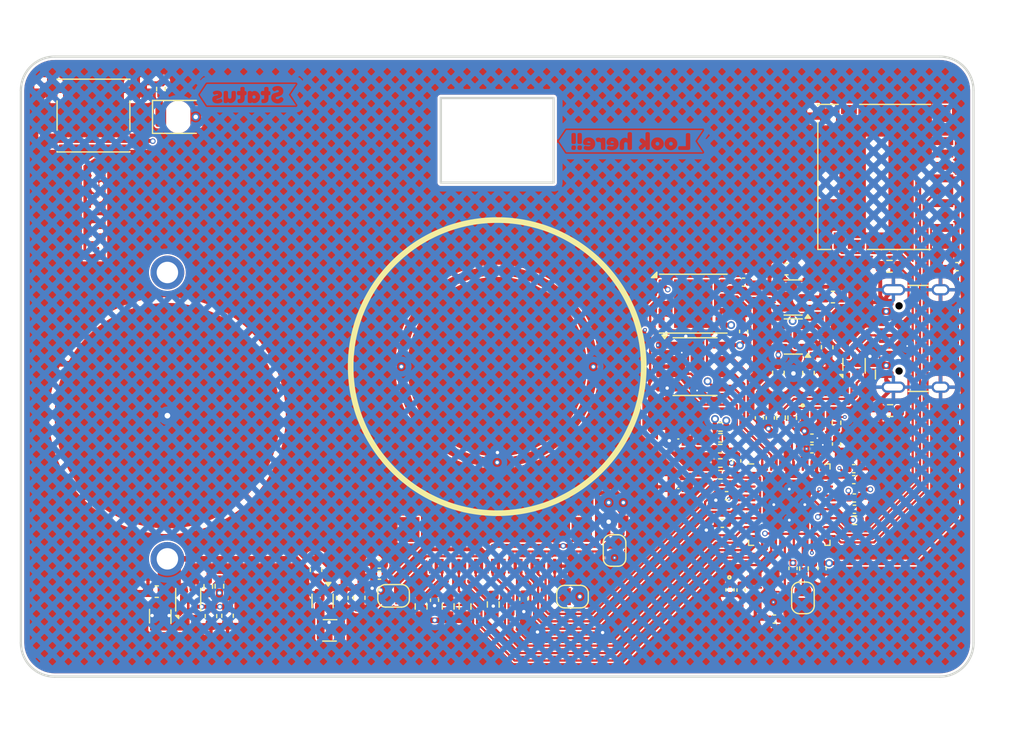
<source format=kicad_pcb>
(kicad_pcb (version 20240108) (generator "pcbnew") (generator_version "8.0")
  (layers (0 "F.Cu" signal) (1 "In1.Cu" signal) (2 "In2.Cu" signal) (31 "B.Cu" signal) (34 "B.Paste" user) (35 "F.Paste" user) (36 "B.SilkS" user "B.Silkscreen") (37 "F.SilkS" user "F.Silkscreen") (38 "B.Mask" user) (39 "F.Mask" user) (44 "Edge.Cuts" user))
  (net 0 "")
  (net 1 "+3V3")
  (net 2 "-BATT")
  (net 3 "+1V8")
  (net 4 "/QSPI_SD2")
  (net 5 "/QSPI_SD3")
  (net 6 "/QSPI_SCLK")
  (net 7 "Net-(U3-~{CS})")
  (net 8 "/QSPI_SD1")
  (net 9 "/QSPI_SD0")
  (net 10 "Net-(U4-~{CE})")
  (net 11 "+1V1")
  (net 15 "Net-(JP2-A)")
  (net 16 "/VREG_AVDD")
  (net 17 "/QSPI_SS")
  (net 18 "/XOUT")
  (net 20 "Net-(U1-GPIO25)")
  (net 21 "/CAM_XTAL")
  (net 25 "/XIN")
  (net 27 "/GPIO0")
  (net 28 "/VREG_LX")
  (net 29 "+5V")
  (net 30 "/D4{slash}MDN0")
  (net 31 "/D8{slash}MDN1")
  (net 32 "/AVDD 2.8")
  (net 33 "/VSYNC")
  (net 34 "/SCL")
  (net 35 "/D6{slash}MCN")
  (net 36 "/STROBE")
  (net 37 "/SDA")
  (net 38 "/RST")
  (net 39 "/PWDNB")
  (net 40 "/D3")
  (net 41 "/D7{slash}MCP")
  (net 42 "/HSYNC")
  (net 43 "/D2")
  (net 44 "/D5{slash}MDP0")
  (net 45 "/PCLK")
  (net 46 "/D9{slash}MPD1")
  (net 47 "Net-(D1-K)")
  (net 48 "/DVDD 1.5")
  (net 49 "/USB_BOOT")
  (net 50 "/USB_DP")
  (net 51 "Net-(J3-CC1)")
  (net 53 "Net-(J3-CC2)")
  (net 57 "/SPI_CS")
  (net 58 "/SD_DET")
  (net 60 "/SCLK")
  (net 61 "/SPI_DI")
  (net 62 "/SPI_DO")
  (net 63 "Net-(J1-Pin_2)")
  (net 64 "Net-(D1-A)")
  (net 65 "/XTAL_EN")
  (net 66 "Net-(U1-RUN)")
  (net 67 "/USB_DN")
  (net 70 "Net-(U7-SW)")
  (net 71 "Net-(U7-FB)")
  (net 72 "+BATT")
  (net 73 "Net-(U8-SW)")
  (footprint "Capacitor_SMD:C_0402_1005Metric" (layer "F.Cu") (at 156.11 113.11 90)
    (property "Reference" "C26" (hide yes))
    (property "Value" "15p" (hide yes))
  )
  (footprint "Capacitor_SMD:C_0603_1608Metric" (layer "F.Cu") (at 123.55 112.46)
    (property "Reference" "C30" (hide yes))
    (property "Value" "10u")
  )
  (footprint "Capacitor_SMD:C_0402_1005Metric" (layer "F.Cu") (at 194.53 83.63 180)
    (property "Reference" "C24" (hide yes))
    (property "Value" "100n")
  )
  (footprint "Resistor_SMD:R_0603_1608Metric" (layer "F.Cu") (at 150.9 113.775 90)
    (property "Reference" "R14" (hide yes))
    (property "Value" "10K" (hide yes))
  )
  (footprint "RP2350A:RP2350-QFN-60-1EP_7x7_P0.4mm_EP3.4x3.4mm_ThermalVias" (layer "F.Cu") (at 179.66 104.7425)
    (property "Reference" "U1" (hide yes))
    (property "Value" "RP2350_60QFN")
  )
  (footprint "Resistor_SMD:R_0603_1608Metric" (layer "F.Cu") (at 149.4 113.775 90)
    (property "Reference" "R15" (hide yes))
    (property "Value" "10K")
  )
  (footprint "Button_Switch_SMD:SW_Push_1P1T_NO_CK_KMR2" (layer "F.Cu") (at 169.81375 101.11625 90)
    (property "Reference" "SW1" (hide yes))
    (property "Value" "USB_BOOT")
  )
  (footprint "Capacitor_SMD:C_0402_1005Metric" (layer "F.Cu") (at 179.987498 110.3925 -90)
    (property "Reference" "C11" (hide yes))
    (property "Value" "100n")
  )
  (footprint "Capacitor_SMD:C_0603_1608Metric" (layer "F.Cu") (at 183.02 90.78 90)
    (property "Reference" "C19" (hide yes))
    (property "Value" "10u")
  )
  (footprint "Button_Switch_SMD:SW_Push_1P1T_NO_6x6mm_H9.5mm" (layer "F.Cu") (at 117.94 70.23)
    (property "Reference" "SW3" (hide yes))
    (property "Value" "Shutter")
  )
  (footprint "Capacitor_SMD:C_0402_1005Metric" (layer "F.Cu") (at 185.4275 104.1525)
    (property "Reference" "C12" (hide yes))
    (property "Value" "4.7u")
  )
  (footprint "Resistor_SMD:R_0402_1005Metric" (layer "F.Cu") (at 173.55375 102.08625 180)
    (property "Reference" "R9" (hide yes))
    (property "Value" "0" (hide yes))
  )
  (footprint "Package_SON:WSON-8-1EP_6x5mm_P1.27mm_EP3.4x4.3mm" (layer "F.Cu") (at 171.14 86.915)
    (property "Reference" "U3" (hide yes))
    (property "Value" "S25FS128SDSNFI101")
  )
  (footprint "Capacitor_SMD:C_0402_1005Metric" (layer "F.Cu") (at 185.3775 101.5525 180)
    (property "Reference" "C2" (hide yes))
    (property "Value" "100n")
  )
  (footprint "Capacitor_SMD:C_0603_1608Metric" (layer "F.Cu") (at 140.01 113.015 90)
    (property "Reference" "C34" (hide yes))
    (property "Value" "10u")
  )
  (footprint "Connector_FFC-FPC:Hirose_FH12-24S-0.5SH_1x24-1MP_P0.50mm_Horizontal" (layer "F.Cu") (at 153.6 108.35 180)
    (property "Reference" "J1" (hide yes))
    (property "Value" "Camera")
  )
  (footprint "Resistor_SMD:R_0603_1608Metric" (layer "F.Cu") (at 147 113.775 90)
    (property "Reference" "R16" (hide yes))
    (property "Value" "10K")
  )
  (footprint "Package_TO_SOT_SMD:SOT-563" (layer "F.Cu") (at 138.26 113.2825 -90)
    (property "Reference" "U8" (hide yes))
    (property "Value" "TPS628437DRL")
  )
  (footprint "LED_SMD:LED_1206_3216Metric_ReverseMount_Hole1.8x2.4mm" (layer "F.Cu") (at 125.46 70.35)
    (property "Reference" "D1" (hide yes))
    (property "Value" "LED")
  )
  (footprint "Resistor_SMD:R_0402_1005Metric" (layer "F.Cu") (at 185.4775 106.1325 180)
    (property "Reference" "R18" (hide yes))
    (property "Value" "10k")
  )
  (footprint "Capacitor_SMD:C_0402_1005Metric" (layer "F.Cu") (at 175.6 85.01 180)
    (property "Reference" "C15" (hide yes))
    (property "Value" "100n")
  )
  (footprint "kibuzzard-6825B58C" (layer "F.Cu") (at 118.03 78.52 90)
    (property "Reference" "kibuzzard-6825B58C" (hide yes))
    (property "Value" "G***" (hide yes))
  )
  (footprint "RP2350A:L_pol_2016" (layer "F.Cu") (at 181.7475 97.2425)
    (property "Reference" "L1" (hide yes))
    (property "Value" "3.3u")
  )
  (footprint "Resistor_SMD:R_0402_1005Metric_Pad0.72x0.64mm_HandSolder" (layer "F.Cu") (at 128.12 112 -90)
    (property "Reference" "R6" (hide yes))
    (property "Value" "100k")
  )
  (footprint "Capacitor_SMD:C_0402_1005Metric" (layer "F.Cu") (at 181.6675 99.7925)
    (property "Reference" "C9" (hide yes))
    (property "Value" "4.7u")
  )
  (footprint "Capacitor_SMD:C_0402_1005Metric" (layer "F.Cu") (at 183.8475 99.3625 -90)
    (property "Reference" "C7" (hide yes))
    (property "Value" "4.7u")
  )
  (footprint "Capacitor_SMD:C_0402_1005Metric" (layer "F.Cu") (at 174.9975 100.8625 -90)
    (property "Reference" "C6" (hide yes))
    (property "Value" "100n")
  )
  (footprint "Capacitor_SMD:C_0603_1608Metric" (layer "F.Cu") (at 128.36 114.63 -90)
    (property "Reference" "C32" (hide yes))
    (property "Value" "68u")
  )
  (footprint "Capacitor_SMD:C_0402_1005Metric" (layer "F.Cu") (at 177.9775 97.0525 -90)
    (property "Reference" "C13" (hide yes))
    (property "Value" "100n")
  )
  (footprint "Jumper:SolderJumper-2_P1.3mm_Open_RoundedPad1.0x1.5mm" (layer "F.Cu") (at 160.43 112.9 180)
    (property "Reference" "JP1" (hide yes))
    (property "Value" "CAM_AF" (hide yes))
  )
  (footprint "Capacitor_SMD:C_0402_1005Metric" (layer "F.Cu") (at 174.0975 103.9425 180)
    (property "Reference" "C10" (hide yes))
    (property "Value" "100n")
  )
  (footprint "Capacitor_SMD:C_0402_1005Metric" (layer "F.Cu") (at 178.337501 114.8925 180)
    (property "Reference" "C17" (hide yes))
    (property "Value" "15p")
  )
  (footprint "Capacitor_SMD:C_0402_1005Metric" (layer "F.Cu") (at 148.19 113.22 90)
    (property "Reference" "C25" (hide yes))
    (property "Value" "100n")
  )
  (footprint "Kiyo:TFM201610ALMA" (layer "F.Cu") (at 138.875 115.895)
    (property "Reference" "L3" (hide yes))
    (property "Value" "1u")
  )
  (footprint "Capacitor_SMD:C_0603_1608Metric" (layer "F.Cu") (at 137.68 110.53 90)
    (property "Reference" "C35" (hide yes))
    (property "Value" "10u")
  )
  (footprint "Capacitor_SMD:C_0402_1005Metric" (layer "F.Cu") (at 143.3 111 180)
    (property "Reference" "C27" (hide yes))
    (property "Value" "100n")
  )
  (footprint "Capacitor_SMD:C_0603_1608Metric" (layer "F.Cu") (at 179.41 83.85)
    (property "Reference" "C23" (hide yes))
    (property "Value" "10u")
  )
  (footprint "Capacitor_SMD:C_0603_1608Metric" (layer "F.Cu") (at 183.53 86.33 180)
    (property "Reference" "C22" (hide yes))
    (property "Value" "10u")
  )
  (footprint "Battery:BatteryHolder_Keystone_3009_1x2450" (layer "F.Cu") (at 124.495 96.85 -90)
    (property "Reference" "BT1" (hide yes))
    (property "Value" "CR2032")
  )
  (footprint "Resistor_SMD:R_0402_1005Metric" (layer "F.Cu") (at 173.53 99.78)
    (property "Reference" "R4" (hide yes))
    (property "Value" "1k")
  )
  (footprint "Kiyo:TFM201610ALMA" (layer "F.Cu") (at 123.86 114.635 -90)
    (property "Reference" "L2" (hide yes))
    (property "Value" "1u")
  )
  (footprint "Resistor_SMD:R_0402_1005Metric" (layer "F.Cu") (at 173.54 101.05)
    (property "Reference" "R10" (hide yes))
    (property "Value" "10k")
  )
  (footprint "Package_SO:SOIC-8_3.9x4.9mm_P1.27mm" (layer "F.Cu") (at 171.3 92.5)
    (property "Reference" "U4" (hide yes))
    (property "Value" "ESP-PSRAM64")
  )
  (footprint "Resistor_SMD:R_0402_1005Metric" (layer "F.Cu") (at 123.92 67.88 -90)
    (property "Reference" "R17" (hide yes))
    (property "Value" "1k")
  )
  (footprint "Capacitor_SMD:C_0402_1005Metric" (layer "F.Cu") (at 173.72 106.4)
    (property "Reference" "C3" (hide yes))
    (property "Value" "100n" (hide yes))
  )
  (footprint "Capacitor_SMD:C_0402_1005Metric" (layer "F.Cu") (at 175.61 89.38 -90)
    (property "Reference" "C16" (hide yes))
    (property "Value" "100n")
  )
  (footprint "ABM8_272_T3:ABM8-272-T3_ABR" (layer "F.Cu") (at 177.447501 112.2925)
    (property "Reference" "X1" (hide yes))
    (property "Value" "ABM8-272-T3")
  )
  (footprint "Capacitor_SMD:C_0402_1005Metric" (layer "F.Cu") (at 185.4375 105.1525 180)
    (property "Reference" "C4" (hide yes))
    (property "Value" "100n")
  )
  (footprint "Capacitor_SMD:C_0603_1608Metric" (layer "F.Cu") (at 181.36 93.055 -90)
    (property "Reference" "C20" (hide yes))
    (property "Value" "10u")
  )
  (footprint "Resistor_SMD:R_0402_1005Metric" (layer "F.Cu") (at 178.9275 97.0225 -90)
    (property "Reference" "R2" (hide yes))
    (property "Value" "0")
  )
  (footprint "Resistor_SMD:R_0603_1608Metric" (layer "F.Cu") (at 153.4 113.6 90)
    (property "Reference" "R13" (hide yes))
    (property "Value" "10K" (hide yes))
  )
  (footprint "Package_DFN_QFN:Texas_RWU0007A_VQFN-7_2x2mm_P0.5mm" (layer "F.Cu") (at 126.34 113.172 90)
    (property "Reference" "U7" (hide yes))
    (property "Value" "TPS61022")
  )
  (footprint "Connector_Card:microSD_HC_Hirose_DM3D-SF" (layer "F.Cu") (at 187.975 75.675 90)
    (property "Reference" "J2" (hide yes))
    (property "Value" "Micro_SD_Card_Det1" (hide yes))
  )
  (footprint "Jumper:SolderJumper-2_P1.3mm_Open_RoundedPad1.0x1.5mm" (layer "F.Cu") (at 180.867498 113.0125 -90)
    (property "Reference" "JP2" (hide yes))
    (property "Value" "USB_BOOT")
  )
  (footprint "Jumper:SolderJumper-2_P1.3mm_Open_RoundedPad1.0x1.5mm" (layer "F.Cu") (at 164.16 108.81 90)
    (property "Reference" "JP4" (hide yes))
    (property "Value" "XTAL_JMP")
  )
  (footprint "Capacitor_SMD:C_0402_1005Metric" (layer "F.Cu") (at 181.6675 98.8425)
    (property "Reference" "C8" (hide yes))
    (property "Value" "4.7u" (hide yes))
  )
  (footprint "Capacitor_SMD:C_0402_1005Metric" (layer "F.Cu") (at 185.3775 102.5225 180)
    (property "Reference" "C14" (hide yes))
    (property "Value" "100n")
  )
  (footprint "Capacitor_SMD:C_0603_1608Metric" (layer "F.Cu") (at 178.69 93.045 -90)
    (property "Reference" "C21" (hide yes))
    (property "Value" "10u" (hide yes))
  )
  (footprint "Capacitor_SMD:C_0402_1005Metric" (layer "F.Cu") (at 177.0075 97.0525 -90)
    (property "Reference" "C29" (hide yes))
    (property "Value" "100n" (hide yes))
  )
  (footprint "Resistor_SMD:R_0402_1005Metric" (layer "F.Cu") (at 180.957498 110.4125 -90)
    (property "Reference" "R8" (hide yes))
    (property "Value" "1k")
  )
  (footprint "Resistor_SMD:R_0402_1005Metric" (layer "F.Cu") (at 173.56 97.85)
    (property "Reference" "R7" (hide yes))
    (property "Value" "10k")
  )
  (footprint "Package_TO_SOT_SMD:SOT-666" (layer "F.Cu") (at 185.4025 92.43 90)
    (property "Reference" "U6" (hide yes))
    (property "Value" "USBLC6-2P6")
  )
  (footprint "Package_TO_SOT_SMD:SOT-23-5" (layer "F.Cu") (at 179.9975 86.37 180)
    (property "Reference" "U2" (hide yes))
    (property "Value" "SPX3819M5-L-1-8")
  )
  (footprint "Capacitor_SMD:C_0402_1005Metric" (layer "F.Cu") (at 174.4 112.3 90)
    (property "Reference" "C5" (hide yes))
    (property "Value" "100n")
  )
  (footprint "Resistor_SMD:R_0402_1005Metric" (layer "F.Cu") (at 179.9175 97.0325 -90)
    (property "Reference" "R3" (hide yes))
    (property "Value" "0")
  )
  (footprint "Resistor_SMD:R_0603_1608Metric" (layer "F.Cu") (at 188.6 96.4 180)
    (property "Reference" "R11" (hide yes))
    (property "Value" "5.1k")
  )
  (footprint "Capacitor_SMD:C_0603_1608Metric" (layer "F.Cu") (at 129.83 114.605 -90)
    (property "Reference" "C31" (hide yes))
    (property "Value" "68u")
  )
  (footprint "Resistor_SMD:R_0402_1005Metric" (layer "F.Cu") (at 183.8475 97.4825 -90)
    (property "Reference" "R1" (hide yes))
    (property "Value" "33")
  )
  (footprint "Capacitor_SMD:C_0402_1005Metric" (layer "F.Cu") (at 143.29 110.02)
    (property "Reference" "C28" (hide yes))
    (property "Value" "100n")
  )
  (footprint "Resistor_SMD:R_0402_1005Metric_Pad0.72x0.64mm_HandSolder" (layer "F.Cu") (at 129.11 111.98 -90)
    (property "Reference" "R19" (hide yes))
    (property "Value" "453k")
  )
  (footprint "Connector_USB:USB_C_Receptacle_HCTL_HC-TYPE-C-16P-01A" (layer "F.Cu") (at 192 90 90)
    (property "Reference" "J3" (hide yes))
    (property "Value" "USB_IN")
  )
  (footprint "Oscillator:Oscillator_SMD_SeikoEpson_SG210-4Pin_2.5x2.0mm" (layer "F.Cu") (at 164.29 105.41 -90)
    (property "Reference" "Y1" (hide yes))
    (property "Value" "SG-210STF 24.0ML0")
  )
  (footprint "Resistor_SMD:R_0603_1608Metric" (layer "F.Cu") (at 188.55 83.6 180)
    (property "Reference" "R12" (hide yes))
    (property "Value" "5.1k" (hide yes))
  )
  (footprint "Resistor_SMD:R_0402_1005Metric" (layer "F.Cu") (at 173.55 98.81 180)
    (property "Reference" "R5" (hide yes))
    (property "Value" "0")
  )
  (footprint "Capacitor_SMD:C_0603_1608Metric" (layer "F.Cu") (at 141.51 113.01 90)
    (property "Reference" "C33" (hide yes))
    (property "Value" "10u")
  )
  (footprint "Package_TO_SOT_SMD:SOT-23-5" (layer "F.Cu") (at 180.01 89.8275 180)
    (property "Reference" "U5" (hide yes))
    (property "Value" "SPX3819M5-L-3-3")
  )
  (footprint "Jumper:SolderJumper-2_P1.3mm_Open_RoundedPad1.0x1.5mm" (layer "F.Cu") (at 144.56 112.83)
    (property "Reference" "JP3" (hide yes))
    (property "Value" "DVDD_1V8")
  )
  (footprint "Capacitor_SMD:C_0402_1005Metric" (layer "F.Cu") (at 182.567498 110.4125 90)
    (property "Reference" "C1" (hide yes))
    (property "Value" "100n")
  )
  (footprint "Capacitor_SMD:C_0402_1005Metric" (layer "F.Cu") (at 175.377501 112.32 -90)
    (property "Reference" "C18" (hide yes))
    (property "Value" "12p")
  )
  (footprint "kibuzzard-6824811E" (layer "B.Cu") (at 165.6 72.5 180)
    (property "Reference" "kibuzzard-6824811E" (hide yes))
    (property "Value" "G***" (hide yes))
  )
  (footprint "kibuzzard-68248180" (layer "B.Cu") (at 131.63 68.38 180)
    (property "Reference" "kibuzzard-68248180" (hide yes))
    (property "Value" "G***" (hide yes))
  )
  (gr_poly (pts (xy 182.0975 100.8925) (xy 182.3475 100.3425) (xy 182.8475 99.9925) (xy 182.8375 98.5925) (xy 181.9875 98.5925) (xy 181.9975 100.8925)) (stroke (width 0.1)) (fill solid) (layer "F.Cu") (net 2))
  (gr_circle (center 153.75 92.5) (end 162.25 92.5) (stroke (width 0.8)) (fill none) (layer "F.Cu") (net 1))
  (gr_poly (pts (xy 181.3975 99.0925) (xy 181.3975 97.3425) (xy 180.5975 97.3425) (xy 180.5975 98.1325) (xy 180.8975 98.3925) (xy 180.8975 99.0925)) (stroke (width 0.1)) (fill solid) (layer "F.Cu") (net 11))
  (gr_poly (pts (xy 180.95375 99.9625) (xy 181.17 100.52) (xy 181.17 100.97) (xy 181.31 100.97) (xy 181.31 99.9625)) (stroke (width 0.1)) (fill solid) (layer "F.Cu") (net 1))
  (gr_poly (pts (xy 181.58375 101.70625) (xy 181.58 100.9175) (xy 181.66 100.74) (xy 181.66375 97.8925) (xy 182.0975 97.4425) (xy 182.6475 97.4425) (xy 182.6475 98.0925) (xy 182.4975 98.2925) (xy 181.67375 98.30625) (xy 181.68375 100.79625) (xy 181.73375 100.92625) (xy 181.73 101.71)) (stroke (width 0.1)) (fill solid) (layer "F.Cu") (net 28))
  (gr_circle (center 153.75 92.5) (end 166.75 92.5) (stroke (width 0.5)) (fill none) (layer "F.SilkS"))
  (gr_arc (start 114.5 120) (mid 112.37868 119.12132) (end 111.5 117) (stroke (width 0.2)) (layer "Edge.Cuts"))
  (gr_line (start 193 120) (end 114.5 120) (stroke (width 0.2)) (layer "Edge.Cuts"))
  (gr_line (start 196 68) (end 196 117) (stroke (width 0.2)) (layer "Edge.Cuts"))
  (gr_arc (start 196 117) (mid 195.12132 119.12132) (end 193 120) (stroke (width 0.2)) (layer "Edge.Cuts"))
  (gr_line (start 111.5 117) (end 111.5 68) (stroke (width 0.2)) (layer "Edge.Cuts"))
  (gr_arc (start 111.5 68) (mid 112.37868 65.87868) (end 114.5 65) (stroke (width 0.2)) (layer "Edge.Cuts"))
  (gr_arc (start 193 65) (mid 195.12132 65.87868) (end 196 68) (stroke (width 0.2)) (layer "Edge.Cuts"))
  (gr_line (start 114.5 65) (end 193 65) (stroke (width 0.2)) (layer "Edge.Cuts"))
  (gr_rect (start 148.75 68.675) (end 158.75 76.175) (stroke (width 0.2)) (fill none) (layer "Edge.Cuts"))
  (segment (start 181.26 101.305) (end 181.26 102.06) (width 0.25) (layer "F.Cu") (net 1))
  (segment (start 181.45 102.53) (end 181.26 102.34) (width 0.35) (layer "F.Cu") (net 1))
  (segment (start 129.11 112.5775) (end 129.11 113.105) (width 0.35) (layer "F.Cu") (net 1))
  (segment (start 127.54 113.797) (end 129.15 113.797) (width 0.35) (layer "F.Cu") (net 1))
  (segment (start 129.15 113.797) (end 129.742 113.797) (width 0.35) (layer "F.Cu") (net 1))
  (segment (start 183.8475 96.9725) (end 184.5775 96.9725) (width 0.15) (layer "F.Cu") (net 1))
  (segment (start 179.407 101.272) (end 179.407 100.57) (width 0.5) (layer "F.Cu") (net 1))
  (segment (start 179.47 102.21) (end 179.47 101.335) (width 0.35) (layer "F.Cu") (net 1))
  (segment (start 179.4275 101.1375) (end 179.4925 101.1375) (width 0.2) (layer "F.Cu") (net 1))
  (segment (start 183.0975 102.3425) (end 182.5175 102.3425) (width 0.33) (layer "F.Cu") (net 1))
  (segment (start 184.8975 102.5225) (end 185.765 103.39) (width 0.35) (layer "F.Cu") (net 1))
  (segment (start 150.5 115) (end 148.21 115) (width 0.5) (layer "F.Cu") (net 1))
  (segment (start 181.26 102.06) (end 181.26 102.34) (width 0.35) (layer "F.Cu") (net 1))
  (segment (start 184.7175 102.3425) (end 184.8975 102.5225) (width 0.2) (layer "F.Cu") (net 1))
  (segment (start 179.407 99.597) (end 177.805 97.995) (width 0.5) (layer "F.Cu") (net 1))
  (segment (start 179.26 100.905) (end 179.4925 101.1375) (width 0.2) (layer "F.Cu") (net 1))
  (segment (start 177.92 93.04) (end 177.91 93.04) (width 0.35) (layer "F.Cu") (net 1))
  (segment (start 126.89 113.797) (end 127.54 113.797) (width 0.35) (layer "F.Cu") (net 1))
  (segment (start 182.29375 102.56625) (end 181.97 102.56625) (width 0.35) (layer "F.Cu") (net 1))
  (segment (start 181.45 102.53) (end 181.13 102.21) (width 0.35) (layer "F.Cu") (net 1))
  (segment (start 181.97 102.56625) (end 181.48625 102.56625) (width 0.35) (layer "F.Cu") (net 1))
  (segment (start 176.3925 94.5575) (end 176.3925 96.9175) (width 0.35) (layer "F.Cu") (net 1))
  (segment (start 182.5175 102.3425) (end 182.29375 102.56625) (width 0.35) (layer "F.Cu") (net 1))
  (segment (start 178.69 90.96) (end 178.8725 90.7775) (width 0.35) (layer "F.Cu") (net 1))
  (segment (start 148.21 115) (end 147.4 115) (width 0.5) (layer "F.Cu") (net 1))
  (segment (start 147.4 115) (end 147 114.6) (width 0.5) (layer "F.Cu") (net 1))
  (segment (start 179.66 101.305) (end 179.44 101.305) (width 0.2) (layer "F.Cu") (net 1))
  (segment (start 181.13 102.21) (end 179.47 102.21) (width 0.35) (layer "F.Cu") (net 1))
  (segment (start 177.6975 97.5325) (end 177.9775 97.5325) (width 0.2) (layer "F.Cu") (net 1))
  (segment (start 179.47 101.335) (end 179.44 101.305) (width 0.35) (layer "F.Cu") (net 1))
  (segment (start 177.805 97.995) (end 177.49 97.68) (width 0.5) (layer "F.Cu") (net 1))
  (segment (start 183.0975 102.3425) (end 184.7175 102.3425) (width 0.2) (layer "F.Cu") (net 1))
  (segment (start 179.44 101.305) (end 179.407 101.272) (width 0.5) (layer "F.Cu") (net 1))
  (segment (start 181.48625 102.56625) (end 181.45 102.53) (width 0.35) (layer "F.Cu") (net 1))
  (segment (start 177.91 93.04) (end 176.3925 94.5575) (width 0.35) (layer "F.Cu") (net 1))
  (segment (start 185.765 103.39) (end 186.85 103.39) (width 0.35) (layer "F.Cu") (net 1))
  (segment (start 179.4925 101.1375) (end 179.66 101.305) (width 0.2) (layer "F.Cu") (net 1))
  (segment (start 178.69 91.45) (end 178.69 90.96) (width 0.35) (layer "F.Cu") (net 1))
  (segment (start 129.11 113.105) (end 128.36 113.855) (width 0.35) (layer "F.Cu") (net 1))
  (segment (start 184.5775 96.9725) (end 184.58 96.97) (width 0.15) (layer "F.Cu") (net 1))
  (segment (start 178.69 92.27) (end 177.92 93.04) (width 0.35) (layer "F.Cu") (net 1))
  (segment (start 129.742 113.797) (end 129.89 113.945) (width 0.35) (layer "F.Cu") (net 1))
  (segment (start 178.69 92.27) (end 178.69 91.45) (width 0.35) (layer "F.Cu") (net 1))
  (segment (start 177.0075 97.5325) (end 177.6975 97.5325) (width 0.2) (layer "F.Cu") (net 1))
  (segment (start 150.9 114.6) (end 150.5 115) (width 0.5) (layer "F.Cu") (net 1))
  (segment (start 179.407 100.57) (end 179.407 99.597) (width 0.5) (layer "F.Cu") (net 1))
  (segment (start 179.26 101.305) (end 179.4275 101.1375) (width 0.2) (layer "F.Cu") (net 1))
  (segment (start 150.9 114.944054) (end 150.9 114.6) (width 0.35) (layer "F.Cu") (net 1))
  (segment (start 176.3925 96.9175) (end 177.0075 97.5325) (width 0.35) (layer "F.Cu") (net 1))
  (segment (start 179.44 101.305) (end 179.26 101.305) (width 0.2) (layer "F.Cu") (net 1))
  (via (at 184.58 96.97) (size 0.35) (drill 0.15) (layers "F.Cu" "B.Cu") (net 1))
  (via (at 153.75 101) (size 0.5) (drill 0.3) (layers "F.Cu" "B.Cu") (net 1))
  (via (at 162.28 92.51) (size 0.5) (drill 0.3) (layers "F.Cu" "B.Cu") (net 1))
  (via (at 148.21 115) (size 0.5) (drill 0.3) (layers "F.Cu" "B.Cu") (net 1))
  (via (at 129.15 113.797) (size 0.5) (drill 0.3) (layers "F.Cu" "B.Cu") (net 1))
  (via (at 177.805 97.995) (size 0.5) (drill 0.3) (layers "F.Cu" "B.Cu") (net 1))
  (via (at 186.85 103.39) (size 0.5) (drill 0.3) (layers "F.Cu" "B.Cu") (net 1))
  (via (at 145.25 92.5) (size 0.5) (drill 0.3) (layers "F.Cu" "B.Cu") (net 1))
  (via (at 181.1875 99.7925) (size 0.35) (drill 0.15) (layers "F.Cu" "B.Cu") (net 1))
  (via (at 161.08 112.9) (size 0.5) (drill 0.3) (layers "F.Cu" "B.Cu") (net 1))
  (via (at 129.11 112.5775) (size 0.5) (drill 0.3) (layers "F.Cu" "B.Cu") (net 1))
  (via (at 127.54 113.797) (size 0.5) (drill 0.3) (layers "F.Cu" "B.Cu") (net 1))
  (via (at 178.69 91.45) (size 0.5) (drill 0.3) (layers "F.Cu" "B.Cu") (net 1))
  (segment (start 168.825 94.405) (end 168.825 98.8775) (width 0.35) (layer "F.Cu") (net 2))
  (segment (start 172.3 107) (end 172.6575 106.6425) (width 0.2) (layer "F.Cu") (net 2))
  (segment (start 112.49 69.455) (end 112.49 92.25) (width 0.5) (layer "F.Cu") (net 2))
  (segment (start 188.895 94.32) (end 187.775 95.44) (width 0.35) (layer "F.Cu") (net 2))
  (segment (start 125.79 113.797) (end 125.79 112.829928) (width 0.35) (layer "F.Cu") (net 2))
  (segment (start 154.85 109.3) (end 154.9 109.25) (width 0.2) (layer "F.Cu") (net 2))
  (segment (start 148.35 111.05) (end 147.5 111.9) (width 0.2) (layer "F.Cu") (net 2))
  (segment (start 187.725 85.615) (end 187.725 83.85) (width 0.35) (layer "F.Cu") (net 2))
  (segment (start 185.652501 92.78) (end 187.21 92.78) (width 0.2) (layer "F.Cu") (net 2))
  (segment (start 193.075 94.32) (end 193.075 85.68) (width 0.35) (layer "F.Cu") (net 2))
  (segment (start 180.28 86.37) (end 181.135 86.37) (width 0.35) (layer "F.Cu") (net 2))
  (segment (start 193.075 85.68) (end 193.075 84.605) (width 0.35) (layer "F.Cu") (net 2))
  (segment (start 187.21 92.78) (end 187.63 93.2) (width 0.2) (layer "F.Cu") (net 2))
  (segment (start 177.857501 114.8925) (end 176.6475 113.682499) (width 0.35) (layer "F.Cu") (net 2))
  (segment (start 175.61 88.9) (end 175.61 88.333424) (width 0.35) (layer "F.Cu") (net 2))
  (segment (start 154.85 110.2) (end 154.85 109.3) (width 0.2) (layer "F.Cu") (net 2))
  (segment (start 173.1406 104.348934) (end 173.211066 104.348934) (width 0.2) (layer "F.Cu") (net 2))
  (segment (start 187.775 95.44) (end 187.775 96.4) (width 0.35) (layer "F.Cu") (net 2))
  (segment (start 169.963 89.293) (end 170.48 89.81) (width 0.2) (layer "F.Cu") (net 2))
  (segment (start 187.725 86.27) (end 187.725 85.615) (width 0.35) (layer "F.Cu") (net 2))
  (segment (start 178.247502 111.612498) (end 177.845 112.015) (width 1) (layer "F.Cu") (net 2))
  (segment (start 122.525 67.37) (end 121.915 67.98) (width 0.35) (layer "F.Cu") (net 2))
  (segment (start 181.050768 93.82) (end 180.02625 93.82) (width 0.35) (layer "F.Cu") (net 2))
  (segment (start 125.79 112.829928) (end 126.09 112.529928) (width 0.35) (layer "F.Cu") (net 2))
  (segment (start 184.263004 92.74) (end 185.381177 92.74) (width 0.2) (layer "F.Cu") (net 2))
  (segment (start 180.02625 93.82) (end 180.02625 93.10375) (width 0.35) (layer "F.Cu") (net 2))
  (segment (start 177.0075 96.5725) (end 177.9775 96.5725) (width 0.35) (layer "F.Cu") (net 2))
  (segment (start 178.135282 111.911017) (end 177.948983 111.911017) (width 0.35) (layer "F.Cu") (net 2))
  (segment (start 187.63 93.2) (end 188.255 93.2) (width 0.2) (layer "F.Cu") (net 2))
  (segment (start 194.503 78.083) (end 194.503 83.177) (width 0.35) (layer "F.Cu") (net 2))
  (segment (start 188.255 86.32) (end 188.895 85.68) (width 0.35) (layer "F.Cu") (net 2))
  (segment (start 125.79 114.25) (end 125.63 114.41) (width 0.35) (layer "F.Cu") (net 2))
  (segment (start 194.42 78) (end 194.503 78.083) (width 0.35) (layer "F.Cu") (net 2))
  (segment (start 112.49 92.25) (end 116.78 92.25) (width 0.5) (layer "F.Cu") (net 2))
  (segment (start 188.895 85.68) (end 187.72 85.68) (width 0.35) (layer "F.Cu") (net 2))
  (segment (start 181.5675 89.8275) (end 183 91.26) (width 0.35) (layer "F.Cu") (net 2))
  (segment (start 125.35 114.69) (end 125.18 114.69) (width 0.35) (layer "F.Cu") (net 2))
  (segment (start 185.4025 93.030001) (end 185.652501 92.78) (width 0.2) (layer "F.Cu") (net 2))
  (segment (start 168.913 89.293) (end 169.963 89.293) (width 0.2) (layer "F.Cu") (net 2))
  (segment (start 173.211066 104.348934) (end 173.6175 103.9425) (width 0.2) (layer "F.Cu") (net 2))
  (segment (start 139.09 110.59) (end 139.09 112.24) (width 0.35) (layer "F.Cu") (net 2))
  (segment (start 188.255 93.2) (end 188.255 93.68) (width 0.35) (layer "F.Cu") (net 2))
  (segment (start 142.66 112.16) (end 141.585 112.16) (width 0.35) (layer "F.Cu") (net 2))
  (segment (start 178.165468 111.735523) (end 178.153681 111.831955) (width 0.35) (layer "F.Cu") (net 2))
  (segment (start 188.255 86.8) (end 187.725 86.27) (width 0.35) (layer "F.Cu") (net 2))
  (segment (start 172.6575 106.6425) (end 173.2375 106.6425) (width 0.2) (layer "F.Cu") (net 2))
  (segment (start 141.51 112.235) (end 140.015 112.235) (width 0.35) (layer "F.Cu") (net 2))
  (segment (start 180.02625 94.243751) (end 180.02625 93.82) (width 0.35) (layer "F.Cu") (net 2))
  (segment (start 177.9775 96.292501) (end 180.02625 94.243751) (width 0.35) (layer "F.Cu") (net 2))
  (segment (start 187.69 85.65) (end 187.725 85.615) (width 0.35) (layer "F.Cu") (net 2))
  (segment (start 179.02 79.875) (end 178.99 79.875) (width 0.5) (layer "F.Cu") (net 2))
  (segment (start 168.44 88.82) (end 168.913 89.293) (width 0.2) (layer "F.Cu") (net 2))
  (segment (start 180.1695 83.8655) (end 180.1695 86.2595) (width 0.35) (layer "F.Cu") (net 2))
  (segment (start 126.09 112.529928) (end 126.09 112.197) (width 0.35) (layer "F.Cu") (net 2))
  (segment (start 180.02625 93.82) (end 178.69 93.82) (width 0.35) (layer "F.Cu") (net 2))
  (segment (start 193.075 84.605) (end 194.05 83.63) (width 0.35) (layer "F.Cu") (net 2))
  (segment (start 159.35 109.3) (end 159.35 110.2) (width 0.2) (layer "F.Cu") (net 2))
  (segment (start 156.11 113.59) (end 156.11 114.23) (width 0.2) (layer "F.Cu") (net 2))
  (segment (start 188.255 86.8) (end 188.255 86.32) (width 0.35) (layer "F.Cu") (net 2))
  (segment (start 177.9775 96.5725) (end 177.9775 96.292501) (width 0.35) (layer "F.Cu") (net 2))
  (segment (start 123.92 67.37) (end 122.525 67.37) (width 0.35) (layer "F.Cu") (net 2))
  (segment (start 187.72 85.68) (end 187.69 85.65) (width 0.35) (layer "F.Cu") (net 2))
  (segment (start 180.1695 86.2595) (end 180.28 86.37) (width 0.35) (layer "F.Cu") (net 2))
  (segment (start 159.3 109.25) (end 159.35 109.3) (width 0.2) (layer "F.Cu") (net 2))
  (segment (start 178.153681 111.831955) (end 178.135282 111.911017) (width 0.35) (layer "F.Cu") (net 2))
  (segment (start 177.948983 111.911017) (end 177.845 112.015) (width 0.35) (layer "F.Cu") (net 2))
  (segment (start 140.015 112.235) (end 140.01 112.24) (width 0.35) (layer "F.Cu") (net 2))
  (segment (start 125.79 113.797) (end 125.79 114.25) (width 0.35) (layer "F.Cu") (net 2))
  (segment (start 113.965 67.98) (end 121.915 67.98) (width 0.5) (layer "F.Cu") (net 2))
  (segment (start 125.63 114.41) (end 125.35 114.69) (width 0.35) (layer "F.Cu") (net 2))
  (segment (start 188.255 93.68) (end 188.895 94.32) (width 0.35) (layer "F.Cu") (net 2))
  (segment (start 182.06 101.9) (end 182.06 101.305) (width 0.2) (layer "F.Cu") (net 2))
  (segment (start 194.503 83.177) (end 194.05 83.63) (width 0.35) (layer "F.Cu") (net 2))
  (segment (start 187.605001 86.8) (end 188.255 86.8) (width 0.35) (layer "F.Cu") (net 2))
  (segment (start 154.9 109.25) (end 159.3 109.25) (width 0.2) (layer "F.Cu") (net 2))
  (segment (start 185.381177 92.74) (end 185.461177 92.82) (width 0.2) (layer "F.Cu") (net 2))
  (segment (start 194.42 78) (end 193.325 78) (width 0.35) (layer "F.Cu") (net 2))
  (segment (start 177.845 112.015) (end 176.787144 113.072856) (width 0.35) (layer "F.Cu") (net 2))
  (segment (start 142.66 112.16) (end 142.66 110.17) (width 0.35) (layer "F.Cu") (net 2))
  (segment (start 183.078004 91.555) (end 184.263004 92.74) (width 0.2) (layer "F.Cu") (net 2))
  (segment (start 140.01 112.24) (end 139.09 112.24) (width 0.35) (layer "F.Cu") (net 2))
  (segment (start 147.5 111.9) (end 147 111.9) (width 0.2) (layer "F.Cu") (net 2))
  (segment (start 178.247502 111.1925) (end 178.247502 111.612498) (width 1) (layer "F.Cu") (net 2))
  (segment (start 156.11 114.91) (end 156.11 114.23) (width 0.35) (layer "F.Cu") (net 2))
  (segment (start 141.585 112.16) (end 141.51 112.235) (width 0.35) (layer "F.Cu") (net 2))
  (segment (start 169.01375 99.06625) (end 170.33 100.3825) (width 0.35) (layer "F.Cu") (net 2))
  (segment (start 138.347807 109.847807) (end 139.09 110.59) (width 0.35) (layer "F.Cu") (net 2))
  (segment (start 142.66 110.17) (end 142.81 110.02) (width 0.35) (layer "F.Cu") (net 2))
  (segment (start 178.167502 111.6525) (end 178.165468 111.735523) (width 0.35) (layer "F.Cu") (net 2))
  (segment (start 181.135 86.37) (end 182.715 86.37) (width 0.35) (layer "F.Cu") (net 2))
  (segment (start 183 91.870768) (end 181.050768 93.82) (width 0.35) (layer "F.Cu") (net 2))
  (segment (start 185.4025 93.355) (end 185.4025 93.030001) (width 0.2) (layer "F.Cu") (net 2))
  (segment (start 139.09 112.24) (end 138.76 112.57) (width 0.35) (layer "F.Cu") (net 2))
  (segment (start 148.35 110.2) (end 148.35 111.05) (width 0.2) (layer "F.Cu") (net 2))
  (segment (start 113.965 67.98) (end 112.49 69.455) (width 0.5) (layer "F.Cu") (net 2))
  (segment (start 137.76 112.57) (end 137.49 112.57) (width 0.35) (layer "F.Cu") (net 2))
  (segment (start 153.4 113.74) (end 153.4 114.425) (width 0.2) (layer "F.Cu") (net 2))
  (segment (start 175.61 88.333424) (end 174.146576 86.87) (width 0.35) (layer "F.Cu") (net 2))
  (segment (start 147 111.9) (end 146.81 111.9) (width 0.2) (layer "F.Cu") (net 2))
  (via (at 123.14 114.58) (size 0.5) (drill 0.3) (layers "F.Cu" "B.Cu") (net 2))
  (via (at 186.81 91.59) (size 0.5) (drill 0.3) (layers "F.Cu" "B.Cu") (net 2))
  (via (at 156.11 114.23) (size 0.5) (drill 0.3) (layers "F.Cu" "B.Cu") (net 2))
  (via (at 171.48 94.62) (size 0.35) (drill 0.15) (layers "F.Cu" "B.Cu") (net 2))
  (via (at 124.495 96.85) (size 1) (drill 0.5) (layers "F.Cu" "B.Cu") (net 2))
  (via (at 173.1406 104.348934) (size 0.6) (drill 0.3) (layers "F.Cu" "B.Cu") (net 2))
  (via (at 168.825 94.405) (size 0.5) (drill 0.3) (layers "F.Cu" "B.Cu") (net 2))
  (via (at 163.1 116.09) (size 0.5) (drill 0.3) (layers "F.Cu" "B.Cu") (net 2))
  (via (at 148.19 113.7) (size 0.5) (drill 0.3) (layers "F.Cu" "B.Cu") (net 2))
  (via (at 172.3 107) (size 0.6) (drill 0.3) (layers "F.Cu" "B.Cu") (net 2))
  (via (at 157.32 116.04) (size 0.5) (drill 0.3) (layers "F.Cu" "B.Cu") (net 2))
  (via (at 190.12 90.67) (size 0.35) (drill 0.15) (layers "F.Cu" "B.Cu") (net 2))
  (via (at 124.65 114.58) (size 0.5) (drill 0.3) (layers "F.Cu" "B.Cu") (net 2))
  (via (at 153.4 113.74) (size 0.6) (drill 0.3) (layers "F.Cu" "B.Cu") (net 2))
  (via (at 163.64 106.26) (size 0.6) (drill 0.4) (layers "F.Cu" "B.Cu") (net 2))
  (via (at 170.12 91.26) (size 0.35) (drill 0.15) (layers "F.Cu" "B.Cu") (net 2))
  (via (at 153.77 100.12) (size 0.5) (drill 0.3) (layers "F.Cu" "B.Cu") (net 2))
  (via (at 138.84 115.18) (size 0.5) (drill 0.3) (layers "F.Cu" "B.Cu") (net 2))
  (via (at 169.01375 99.06625) (size 0.5) (drill 0.3) (layers "F.Cu" "B.Cu") (net 2))
  (via (at 142.66 112.16) (size 0.6) (drill 0.3) (layers "F.Cu" "B.Cu") (net 2))
  (via (at 182.1475 98.8425) (size 0.35) (drill 0.15) (layers "F.Cu" "B.Cu") (net 2))
  (via (at 182.63 99.44) (size 0.35) (drill 0.15) (layers "F.Cu" "B.Cu") (net 2))
  (via (at 170.48 89.81) (size 0.5) (drill 0.3) (layers "F.Cu" "B.Cu") (net 2))
  (via (at 180.02625 93.10375) (size 0.7) (drill 0.4) (layers "F.Cu" "B.Cu") (net 2))
  (segment (start 184.2 101.94) (end 184.1975 101.9425) (width 0.2) (layer "F.Cu") (net 3))
  (segment (start 162.887 103.707) (end 162.6 103.994) (width 0.35) (layer "F.Cu") (net 3))
  (segment (start 175.61 90.29) (end 175.28 90.62) (width 0.35) (layer "F.Cu") (net 3))
  (segment (start 147.15 108.7) (end 144.15 111.7) (width 0.35) (layer "F.Cu") (net 3))
  (segment (start 141.51 113.785) (end 140.015 113.785) (width 0.35) (layer "F.Cu") (net 3))
  (segment (start 178.46 108.91331) (end 177.27331 110.1) (width 0.2) (layer "F.Cu") (net 3))
  (segment (start 182.480138 104.7425) (end 183.0975 104.7425) (width 0.2) (layer "F.Cu") (net 3))
  (segment (start 177.5 107.3) (end 178.1 107.3) (width 0.2) (layer "F.Cu") (net 3))
  (segment (start 176.2225 105.9425) (end 174.8975 105.9425) (width 0.2) (layer "F.Cu") (net 3))
  (segment (start 152.85 109.234314) (end 152.687843 109.072157) (width 0.35) (layer "F.Cu") (net 3))
  (segment (start 175.255 90.595) (end 175.28 90.62) (width 0.35) (layer "F.Cu") (net 3))
  (segment (start 195.078 75.8) (end 193.325 75.8) (width 0.35) (layer "F.Cu") (net 3))
  (segment (start 174.9975 101.9425) (end 174.9975 101.3425) (width 0.2) (layer "F.Cu") (net 3))
  (segment (start 174.55 101.05) (end 174.705 101.05) (width 0.35) (layer "F.Cu") (net 3))
  (segment (start 182.325 103.375) (end 182.325 103.475) (width 0.2) (layer "F.Cu") (net 3))
  (segment (start 144 111.7) (end 143.4 112.3) (width 0.35) (layer "F.Cu") (net 3))
  (segment (start 164.94 104.254) (end 164.393 103.707) (width 0.35) (layer "F.Cu") (net 3))
  (segment (start 141.51 113.785) (end 142.955 113.785) (width 0.35) (layer "F.Cu") (net 3))
  (segment (start 177.8945 84.5905) (end 178.635 83.85) (width 0.35) (layer "F.Cu") (net 3))
  (segment (start 191.1375 109.9325) (end 183.19 109.9325) (width 0.35) (layer "F.Cu") (net 3))
  (segment (start 164.94 104.56) (end 164.94 104.254) (width 0.35) (layer "F.Cu") (net 3))
  (segment (start 195.028 106.042) (end 191.1375 109.9325) (width 0.35) (layer "F.Cu") (net 3))
  (segment (start 143.77 110.02) (end 143.77 110.99) (width 0.35) (layer "F.Cu") (net 3))
  (segment (start 179.955993 88.459579) (end 179.955993 87.823287) (width 0.35) (layer "F.Cu") (net 3))
  (segment (start 152.315686 108.7) (end 147.2 108.7) (width 0.35) (layer "F.Cu") (net 3))
  (segment (start 179.955993 87.823287) (end 178.116353 85.983647) (width 0.35) (layer "F.Cu") (net 3))
  (segment (start 177.07 105.78) (end 176.9075 105.9425) (width 0.2) (layer "F.Cu") (net 3))
  (segment (start 185.9875 106.080393) (end 185.059607 105.1525) (width 0.2) (layer "F.Cu") (net 3))
  (segment (start 177.8945 85.761794) (end 177.8945 84.5905) (width 0.35) (layer "F.Cu") (net 3))
  (segment (start 147.2 108.7) (end 147.15 108.7) (width 0.35) (layer "F.Cu") (net 3))
  (segment (start 181.58 107.33) (end 182.086372 107.33) (width 0.2) (layer "F.Cu") (net 3))
  (segment (start 176.12 110.1) (end 174.4 111.82) (width 0.2) (layer "F.Cu") (net 3))
  (segment (start 143.4 112.3) (end 143.4 112.33) (width 0.2) (layer "F.Cu") (net 3))
  (segment (start 184.51 101.94) (end 184.2 101.94) (width 0.2) (layer "F.Cu") (net 3))
  (segment (start 164.393 103.707) (end 162.887 103.707) (width 0.35) (layer "F.Cu") (net 3))
  (segment (start 143.78 111.38) (end 144.1 111.7) (width 0.35) (layer "F.Cu") (net 3))
  (segment (start 178.46 107.17) (end 178.46 107.33) (width 0.2) (layer "F.Cu") (net 3))
  (segment (start 177.07 105.78) (end 177.07 105.91) (width 0.2) (layer "F.Cu") (net 3))
  (segment (start 177.07 105.91) (end 178.215 107.055) (width 0.2) (layer "F.Cu") (net 3))
  (segment (start 176.9075 105.9425) (end 176.2225 105.9425) (width 0.2) (layer "F.Cu") (net 3))
  (segment (start 162.6 108.4) (end 159.6 108.4) (width 0.35) (layer "F.Cu") (net 3))
  (segment (start 140.01 113.79) (end 138.965 113.79) (width 0.35) (layer "F.Cu") (net 3))
  (segment (start 184.51 101.94) (end 184.51 101.91) (width 0.2) (layer "F.Cu") (net 3))
  (segment (start 178.46 107.33) (end 181.58 107.33) (width 0.2) (layer "F.Cu") (net 3))
  (segment (start 181.67 107.24) (end 181.67 105.552638) (width 0.2) (layer "F.Cu") (net 3))
  (segment (start 178.345 107.055) (end 178.46 107.17) (width 0.2) (layer "F.Cu") (net 3))
  (segment (start 176.2225 101.9425) (end 174.9975 101.9425) (width 0.2) (layer "F.Cu") (net 3))
  (segment (start 184.51 101.91) (end 184.1 101.5) (width 0.2) (layer "F.Cu") (net 3))
  (segment (start 140.015 113.785) (end 140.01 113.79) (width 0.35) (layer "F.Cu") (net 3))
  (segment (start 174.705 101.05) (end 174.9975 101.3425) (width 0.35) (layer "F.Cu") (net 3))
  (segment (start 175.12 85.01) (end 176.113647 86.003647) (width 0.35) (layer "F.Cu") (net 3))
  (segment (start 195.078 83.562) (end 195.078 75.8) (width 0.35) (layer "F.Cu") (net 3))
  (segment (start 162.6 103.994) (end 162.6 108.4) (width 0.35) (layer "F.Cu") (net 3))
  (segment (start 195.028 83.648) (end 195.028 106.042) (width 0.35) (layer "F.Cu") (net 3))
  (segment (start 178.46 107.33) (end 178.46 108.18) (width 0.2) (layer "F.Cu") (net 3))
  (segment (start 152.85 110.2) (end 152.85 109.234314) (width 0.2) (layer "F.Cu") (net 3))
  (segment (start 175.61 89.86) (end 175.61 90.29) (width 0.35) (layer "F.Cu") (net 3))
  (segment (start 182.325 103.475) (end 181.8 104) (width 0.2) (layer "F.Cu") (net 3))
  (segment (start 178.46 108.18) (end 178.46 108.91331) (width 0.2) (layer "F.Cu") (net 3))
  (segment (start 178.215 107.055) (end 178.345 107.055) (width 0.2) (layer "F.Cu") (net 3))
  (segment (start 182.567498 109.9325) (end 182.567498 108.287498) (width 0.35) (layer "F.Cu") (net 3))
  (segment (start 178.096353 86.003647) (end 178.116353 85.983647) (width 0.35) (layer "F.Cu") (net 3))
  (segment (start 144.15 111.7) (end 144.1 111.7) (width 0.35) (layer "F.Cu") (net 3))
  (segment (start 182.46 107.703628) (end 182.46 108.18) (width 0.2) (layer "F.Cu") (net 3))
  (segment (start 174.07 97.85) (end 174.07 97.28) (width 0.35) (layer "F.Cu") (net 3))
  (segment (start 173.775 90.595) (end 175.255 90.595) (width 0.35) (layer "F.Cu") (net 3))
  (segment (start 138.965 113.79) (end 138.76 113.995) (width 0.35) (layer "F.Cu") (net 3))
  (segment (start 182.361319 104.861319) (end 182.480138 104.7425) (width 0.2) (layer "F.Cu") (net 3))
  (segment (start 153.36 108.4) (end 159.6 108.4) (width 0.35) (layer "F.Cu") (net 3))
  (segment (start 184.1975 101.9425) (end 183.0975 101.9425) (width 0.2) (layer "F.Cu") (net 3))
  (segment (start 181.67 105.552638) (end 182.361319 104.861319) (width 0.2) (layer "F.Cu") (net 3))
  (segment (start 177.27331 110.1) (end 176.12 110.1) (width 0.2) (layer "F.Cu") (net 3))
  (segment (start 176.66 101.9425) (end 177.07 102.3525) (width 0.2) (layer "F.Cu") (net 3))
  (segment (start 139.775 115.945) (end 139.775 115.01) (width 0.35) (layer "F.Cu") (net 3))
  (segment (start 144.1 111.7) (end 144 111.7) (width 0.2) (layer "F.Cu") (net 3))
  (segment (start 142.955 113.785) (end 143.91 112.83) (width 0.35) (layer "F.Cu") (net 3))
  (segment (start 152.687843 109.072157) (end 153.36 108.4) (width 0.35) (layer "F.Cu") (net 3))
  (segment (start 184.5475 104.7425) (end 184.9575 105.1525) (width 0.2) (layer "F.Cu") (net 3))
  (segment (start 176.113647 86.003647) (end 178.096353 86.003647) (width 0.35) (layer "F.Cu") (net 3))
  (segment (start 174.05 101.05) (end 174.55 101.05) (width 0.35) (layer "F.Cu") (net 3))
  (segment (start 177.07 102.3525) (end 177.07 105.78) (width 0.2) (layer "F.Cu") (net 3))
  (segment (start 174.8975 105.9425) (end 174.44 106.4) (width 0.2) (layer "F.Cu") (net 3))
  (segment (start 183.19 109.9325) (end 182.567498 109.9325) (width 0.35) (layer "F.Cu") (net 3))
  (segment (start 181.58 107.33) (end 181.67 107.24) (width 0.2) (layer "F.Cu") (net 3))
  (segment (start 182.567498 108.287498) (end 182.46 108.18) (width 0.2) (layer "F.Cu") (net 3))
  (segment (start 181.8 104.3) (end 182.361319 104.861319) (width 0.2) (layer "F.Cu") (net 3))
  (segment (start 178.1 107.3) (end 178.345 107.055) (width 0.2) (layer "F.Cu") (net 3))
  (segment (start 184.8975 101.5525) (end 184.51 101.94) (width 0.2) (layer "F.Cu") (net 3))
  (segment (start 143.78 111) (end 143.78 111.38) (width 0.35) (layer "F.Cu") (net 3))
  (segment (start 178.116353 85.983647) (end 177.8945 85.761794) (width 0.35) (layer "F.Cu") (net 3))
  (segment (start 183.0975 104.7425) (end 184.5475 104.7425) (width 0.2) (layer "F.Cu") (net 3))
  (segment (start 182.086372 107.33) (end 182.46 107.703628) (width 0.2) (layer "F.Cu") (net 3))
  (segment (start 181.8 104) (end 181.8 104.3) (width 0.2) (layer "F.Cu") (net 3))
  (segment (start 152.687843 109.072157) (end 152.315686 108.7) (width 0.35) (layer "F.Cu") (net 3))
  (segment (start 176.2225 101.9425) (end 176.66 101.9425) (width 0.2) (layer "F.Cu") (net 3))
  (segment (start 143.4 112.33) (end 143.4 112.8) (width 0.2) (layer "F.Cu") (net 3))
  (segment (start 173.84 85.01) (end 175.12 85.01) (width 0.35) (layer "F.Cu") (net 3))
  (segment (start 139.775 115.01) (end 138.76 113.995) (width 0.35) (layer "F.Cu") (net 3))
  (via (at 174.55 101.05) (size 0.5) (drill 0.3) (layers "F.Cu" "B.Cu") (net 3))
  (via (at 174.07 97.28) (size 0.7) (drill 0.4) (layers "F.Cu" "B.Cu") (net 3))
  (via (at 184.1 101.5) (size 0.35) (drill 0.15) (layers "F.Cu" "B.Cu") (net 3))
  (via (at 159.6 108.4) (size 0.5) (drill 0.3) (layers "F.Cu" "B.Cu") (net 3))
  (via (at 143.4 112.33) (size 0.5) (drill 0.3) (layers "F.Cu" "B.Cu") (net 3))
  (via (at 179.955993 88.459579) (size 0.7) (drill 0.4) (layers "F.Cu" "B.Cu") (net 3))
  (via (at 164.94 104.56) (size 0.5) (drill 0.3) (layers "F.Cu" "B.Cu") (net 3))
  (via (at 183.19 109.9325) (size 0.7) (drill 0.4) (layers "F.Cu" "B.Cu") (net 3))
  (via (at 182.325 103.375) (size 0.35) (drill 0.15) (layers "F.Cu" "B.Cu") (net 3))
  (via (at 177.5 107.3) (size 0.5) (drill 0.3) (layers "F.Cu" "B.Cu") (net 3))
  (via (at 175.28 90.62) (size 0.7) (drill 0.4) (layers "F.Cu" "B.Cu") (net 3))
  (segment (start 174.997501 97.759711) (end 174.997501 96.04) (width 0.2) (layer "F.Cu") (net 4))
  (segment (start 172.735 94.935) (end 170.935 93.135) (width 0.2) (layer "F.Cu") (net 4))
  (segment (start 170.935 93.135) (end 170.67 93.135) (width 0.2) (layer "F.Cu") (net 4))
  (segment (start 167.99 89.9) (end 167.71 89.62) (width 0.2) (layer "F.Cu") (net 4))
  (segment (start 167.71 88.28) (end 168.44 87.55) (width 0.2) (layer "F.Cu") (net 4))
  (segment (start 174.997502 95.92331) (end 174.009192 94.935) (width 0.2) (layer "F.Cu") (net 4))
  (segment (start 177.66 101.305) (end 177.66 100.42221) (width 0.2) (layer "F.Cu") (net 4))
  (segment (start 174.997501 96.04) (end 174.997502 95.92331) (width 0.2) (layer "F.Cu") (net 4))
  (segment (start 169.646558 89.9) (end 167.99 89.9) (width 0.2) (layer "F.Cu") (net 4))
  (segment (start 170.67 93.135) (end 170.67 90.923442) (width 0.2) (layer "F.Cu") (net 4))
  (segment (start 170.67 93.135) (end 168.825 93.135) (width 0.2) (layer "F.Cu") (net 4))
  (segment (start 174.009192 94.935) (end 172.735 94.935) (width 0.2) (layer "F.Cu") (net 4))
  (segment (start 167.71 89.62) (end 167.71 88.28) (width 0.2) (layer "F.Cu") (net 4))
  (segment (start 170.67 90.923442) (end 169.646558 89.9) (width 0.2) (layer "F.Cu") (net 4))
  (segment (start 177.66 100.42221) (end 174.997501 97.759711) (width 0.2) (layer "F.Cu") (net 4))
  (segment (start 175.04 86.28) (end 173.84 86.28) (width 0.2) (layer "F.Cu") (net 5))
  (segment (start 178.86 100.22214) (end 175.987501 97.349641) (width 0.2) (layer "F.Cu") (net 5))
  (segment (start 178.86 101.305) (end 178.86 100.22214) (width 0.2) (layer "F.Cu") (net 5))
  (segment (start 176.19 92.900003) (end 176.19 87.43) (width 0.2) (layer "F.Cu") (net 5))
  (segment (start 176.19 87.43) (end 175.04 86.28) (width 0.2) (layer "F.Cu") (net 5))
  (segment (start 175.987501 93.102502) (end 176.19 92.900003) (width 0.2) (layer "F.Cu") (net 5))
  (segment (start 175.987501 97.349641) (end 175.987501 93.102502) (width 0.2) (layer "F.Cu") (net 5))
  (segment (start 174.749999 91.865) (end 173.775 91.865) (width 0.2) (layer "F.Cu") (net 5))
  (segment (start 175.987501 93.102502) (end 174.749999 91.865) (width 0.2) (layer "F.Cu") (net 5))
  (segment (start 173.775 93.135) (end 172.800001 93.135) (width 0.2) (layer "F.Cu") (net 6))
  (segment (start 173.22 88.17) (end 173.84 87.55) (width 0.2) (layer "F.Cu") (net 6))
  (segment (start 178.53 100.35883) (end 175.657501 97.486331) (width 0.2) (layer "F.Cu") (net 6))
  (segment (start 172.36 92.694999) (end 172.36 90.04) (width 0.2) (layer "F.Cu") (net 6))
  (segment (start 175.657501 94.042502) (end 174.749999 93.135) (width 0.2) (layer "F.Cu") (net 6))
  (segment (start 173.22 89.18) (end 173.22 88.17) (width 0.2) (layer "F.Cu") (net 6))
  (segment (start 175.657501 97.486331) (end 175.657501 94.042502) (width 0.2) (layer "F.Cu") (net 6))
  (segment (start 172.800001 93.135) (end 172.36 92.694999) (width 0.2) (layer "F.Cu") (net 6))
  (segment (start 174.749999 93.135) (end 173.775 93.135) (width 0.2) (layer "F.Cu") (net 6))
  (segment (start 178.46 101.305) (end 178.53 101.235) (width 0.2) (layer "F.Cu") (net 6))
  (segment (start 178.53 101.235) (end 178.53 100.35883) (width 0.2) (layer "F.Cu") (net 6))
  (segment (start 172.36 90.04) (end 173.22 89.18) (width 0.2) (layer "F.Cu") (net 6))
  (segment (start 168.44 85.01) (end 168.44 85.22) (width 0.35) (layer "F.Cu") (net 7))
  (segment (start 173.05 97.16) (end 173.07 97.14) (width 0.35) (layer "F.Cu") (net 7))
  (segment (start 173.04 98.81) (end 173.04 97.86) (width 0.35) (layer "F.Cu") (net 7))
  (segment (start 168.44 85.22) (end 168.88 85.66) (width 0.35) (layer "F.Cu") (net 7))
  (segment (start 173.05 97.85) (end 173.05 97.16) (width 0.35) (layer "F.Cu") (net 7))
  (via (at 168.88 85.66) (size 0.5) (drill 0.3) (layers "F.Cu" "B.Cu") (net 7))
  (via (at 173.07 97.14) (size 0.7) (drill 0.4) (layers "F.Cu" "B.Cu") (net 7))
  (segment (start 168.18 86.28) (end 168.44 86.28) (width 0.2) (layer "F.Cu") (net 8))
  (segment (start 171.809868 95.87331) (end 169.606558 93.67) (width 0.2) (layer "F.Cu") (net 8))
  (segment (start 174.667502 97.62302) (end 174.667502 96.06) (width 0.2) (layer "F.Cu") (net 8))
  (segment (start 167.385 91.865) (end 168.825 91.865) (width 0.2) (layer "F.Cu") (net 8))
  (segment (start 167.32 87.14) (end 168.18 86.28) (width 0.2) (layer "F.Cu") (net 8))
  (segment (start 174.667502 96.06) (end 174.480812 95.87331) (width 0.2) (layer "F.Cu") (net 8))
  (segment (start 177.26 101.305) (end 177.26 100.4889) (width 0.2) (layer "F.Cu") (net 8))
  (segment (start 169.606558 93.67) (end 167.843442 93.67) (width 0.2) (layer "F.Cu") (net 8))
  (segment (start 167.32 93.146558) (end 167.32 91.8) (width 0.2) (layer "F.Cu") (net 8))
  (segment (start 177.26 100.4889) (end 174.667501 97.896401) (width 0.2) (layer "F.Cu") (net 8))
  (segment (start 167.843442 93.67) (end 167.32 93.146558) (width 0.2) (layer "F.Cu") (net 8))
  (segment (start 167.32 91.8) (end 167.32 87.14) (width 0.2) (layer "F.Cu") (net 8))
  (segment (start 174.480812 95.87331) (end 171.809868 95.87331) (width 0.2) (layer "F.Cu") (net 8))
  (segment (start 167.32 91.8) (end 167.385 91.865) (width 0.2) (layer "F.Cu") (net 8))
  (segment (start 174.667501 97.896401) (end 174.667502 97.62302) (width 0.2) (layer "F.Cu") (net 8))
  (segment (start 174.749999 94.405) (end 173.775 94.405) (width 0.2) (layer "F.Cu") (net 9))
  (segment (start 173.025244 94.405) (end 172.415122 93.794878) (width 0.2) (layer "F.Cu") (net 9))
  (segment (start 175.327501 97.623021) (end 175.327501 94.982502) (width 0.2) (layer "F.Cu") (net 9))
  (segment (start 178.06 100.35552) (end 175.327501 97.623021) (width 0.2) (layer "F.Cu") (net 9))
  (segment (start 178.06 101.305) (end 178.06 100.35552) (width 0.2) (layer "F.Cu") (net 9))
  (segment (start 173.84 88.82) (end 174.5 88.82) (width 0.2) (layer "F.Cu") (net 9))
  (segment (start 175.327501 94.982502) (end 174.749999 94.405) (width 0.2) (layer "F.Cu") (net 9))
  (via (at 172.415122 93.794878) (size 0.7) (drill 0.4) (layers "F.Cu" "B.Cu") (net 9))
  (via (at 174.5 88.82) (size 0.7) (drill 0.4) (layers "F.Cu" "B.Cu") (net 9))
  (segment (start 173.04375 102.08625) (end 173.04375 101.06375) (width 0.35) (layer "F.Cu") (net 10))
  (segment (start 166.8 89.3) (end 166.8 98.3) (width 0.35) (layer "F.Cu") (net 10))
  (segment (start 170.58625 102.08625) (end 173.04375 102.08625) (width 0.35) (layer "F.Cu") (net 10))
  (segment (start 166.86 89.24) (end 166.8 89.3) (width 0.2) (layer "F.Cu") (net 10))
  (segment (start 173.04375 101.06375) (end 173.03 101.05) (width 0.2) (layer "F.Cu") (net 10))
  (segment (start 166.8 98.3) (end 170.58625 102.08625) (width 0.35) (layer "F.Cu") (net 10))
  (via (at 168 90.6) (size 0.35) (drill 0.15) (layers "F.Cu" "B.Cu") (net 10))
  (via (at 166.86 89.24) (size 0.35) (drill 0.15) (layers "F.Cu" "B.Cu") (net 10))
  (segment (start 174.5775 103.9425) (end 176.2225 103.9425) (width 0.2) (layer "F.Cu") (net 11))
  (segment (start 180.788 101.233) (end 180.788 100.446166) (width 0.2) (layer "F.Cu") (net 11))
  (segment (start 180.788 100.446166) (end 180.674999 100.333165) (width 0.2) (layer "F.Cu") (net 11))
  (segment (start 180.674999 99.355001) (end 181.1875 98.8425) (width 0.2) (layer "F.Cu") (net 11))
  (segment (start 179.987498 109.9125) (end 179.66 109.585002) (width 0.2) (layer "F.Cu") (net 11))
  (segment (start 174.3 104.22) (end 174.5775 103.9425) (width 0.2) (layer "F.Cu") (net 11))
  (segment (start 184.9475 103.5475) (end 184.9 103.5) (width 0.2) (layer "F.Cu") (net 11))
  (segment (start 180.674999 100.333165) (end 180.674999 99.355001) (width 0.2) (layer "F.Cu") (net 11))
  (segment (start 179.66 109.585002) (end 179.66 108.18) (width 0.2) (layer "F.Cu") (net 11))
  (segment (start 184.9475 104.1525) (end 184.9475 103.5475) (width 0.2) (layer "F.Cu") (net 11))
  (segment (start 184.7575 104.3425) (end 184.9475 104.1525) (width 0.2) (layer "F.Cu") (net 11))
  (segment (start 180.86 101.305) (end 180.788 101.233) (width 0.2) (layer "F.Cu") (net 11))
  (segment (start 183.0975 104.3425) (end 184.7575 104.3425) (width 0.2) (layer "F.Cu") (net 11))
  (via (at 174.3 104.22) (size 0.35) (drill 0.15) (layers "F.Cu" "B.Cu") (net 11))
  (via (at 180.9975 98.2175) (size 0.5) (drill 0.3) (layers "F.Cu" "B.Cu") (net 11))
  (via (at 184.9 103.5) (size 0.5) (drill 0.3) (layers "F.Cu" "B.Cu") (net 11))
  (via (at 179.987498 109.9125) (size 0.5) (drill 0.3) (layers "F.Cu" "B.Cu") (net 11))
  (segment (start 180.867498 112.3625) (end 180.867498 111.0125) (width 0.2) (layer "F.Cu") (net 15))
  (segment (start 182.46 101.305) (end 183.1975 100.5675) (width 0.2) (layer "F.Cu") (net 16))
  (segment (start 183.1975 100.5675) (end 183.1975 99.5325) (width 0.2) (layer "F.Cu") (net 16))
  (segment (start 183.1975 99.5325) (end 183.8475 98.8825) (width 0.2) (layer "F.Cu") (net 16))
  (segment (start 183.8475 97.9925) (end 183.8475 98.8825) (width 0.2) (layer "F.Cu") (net 16))
  (segment (start 175.335 99.78) (end 176.86 101.305) (width 0.2) (layer "F.Cu") (net 17))
  (segment (start 174.06 98.81) (end 174.06 99.76) (width 0.35) (layer "F.Cu") (net 17))
  (segment (start 174.04 99.78) (end 175.335 99.78) (width 0.2) (layer "F.Cu") (net 17))
  (segment (start 178.247502 113.3925) (end 178.817501 113.962499) (width 0.35) (layer "F.Cu") (net 18))
  (segment (start 179.26 112.380002) (end 178.247502 113.3925) (width 0.2) (layer "F.Cu") (net 18))
  (segment (start 179.26 108.18) (end 179.26 112.380002) (width 0.2) (layer "F.Cu") (net 18))
  (segment (start 178.817501 113.962499) (end 178.817501 114.8925) (width 0.35) (layer "F.Cu") (net 18))
  (via (at 164.16 109.46) (size 0.35) (drill 0.15) (layers "F.Cu" "B.Cu") (net 18))
  (via (at 178.247502 113.3925) (size 0.35) (drill 0.15) (layers "F.Cu" "B.Cu") (net 18))
  (segment (start 184.9675 106.1325) (end 183.9775 105.1425) (width 0.2) (layer "F.Cu") (net 20))
  (segment (start 185.2675 106.1325) (end 185.3 106.1) (width 0.2) (layer "F.Cu") (net 20))
  (segment (start 121.915 72.48) (end 123.18 72.48) (width 0.35) (layer "F.Cu") (net 20))
  (segment (start 183.9775 105.1425) (end 183.0975 105.1425) (width 0.2) (layer "F.Cu") (net 20))
  (segment (start 184.9675 106.1325) (end 185.2675 106.1325) (width 0.2) (layer "F.Cu") (net 20))
  (segment (start 123.18 72.48) (end 123.2 72.5) (width 0.35) (layer "F.Cu") (net 20))
  (segment (start 113.965 72.48) (end 121.915 72.48) (width 0.35) (layer "F.Cu") (net 20))
  (via (at 185.3 106.1) (size 0.5) (drill 0.3) (layers "F.Cu" "B.Cu") (net 20))
  (via (at 123.2 72.5) (size 0.5) (drill 0.3) (layers "F.Cu" "B.Cu") (net 20))
  (segment (start 164.16 108.16) (end 163.405 108.16) (width 0.2) (layer "F.Cu") (net 21))
  (segment (start 164.16 108.16) (end 164.94 107.38) (width 0.2) (layer "F.Cu") (net 21))
  (segment (start 163.405 108.16) (end 163.405 108.164928) (width 0.2) (layer "F.Cu") (net 21))
  (segment (start 153.85 110.2) (end 153.85 109.3) (width 0.2) (layer "F.Cu") (net 21))
  (segment (start 153.85 109.3) (end 154.25 108.9) (width 0.2) (layer "F.Cu") (net 21))
  (segment (start 162.669928 108.9) (end 154.25 108.9) (width 0.2) (layer "F.Cu") (net 21))
  (segment (start 163.405 108.164928) (end 162.669928 108.9) (width 0.2) (layer "F.Cu") (net 21))
  (segment (start 164.94 107.38) (end 164.94 106.26) (width 0.2) (layer "F.Cu") (net 21))
  (segment (start 178.86 108.18) (end 178.86 108.98) (width 0.2) (layer "F.Cu") (net 25))
  (segment (start 178.86 108.98) (end 176.6475 111.1925) (width 0.2) (layer "F.Cu") (net 25))
  (segment (start 175.377501 111.84) (end 176.025001 111.1925) (width 0.35) (layer "F.Cu") (net 25))
  (segment (start 176.025001 111.1925) (end 176.6475 111.1925) (width 0.35) (layer "F.Cu") (net 25))
  (segment (start 176.2225 102.3425) (end 174.32 102.3425) (width 0.2) (layer "F.Cu") (net 27))
  (segment (start 174.32 102.3425) (end 174.06375 102.08625) (width 0.2) (layer "F.Cu") (net 27))
  (segment (start 180.18 90.774876) (end 180.18 89.25) (width 0.35) (layer "F.Cu") (net 29))
  (segment (start 183.395 85.42) (end 184.305 86.33) (width 0.35) (layer "F.Cu") (net 29))
  (segment (start 185.126516 92.135) (end 185.290758 91.970758) (width 0.35) (layer "F.Cu") (net 29))
  (segment (start 182.32 89.11) (end 183 89.79) (width 0.35) (layer "F.Cu") (net 29))
  (segment (start 181.1475 90.7775) (end 180.182624 90.7775) (width 0.35) (layer "F.Cu") (net 29))
  (segment (start 188.255 92.4) (end 188.135 92.28) (width 0.5) (layer "F.Cu") (net 29))
  (segment (start 183.02 90.005) (end 184.3725 91.3575) (width 0.35) (layer "F.Cu") (net 29))
  (segment (start 185.4025 92.0825) (end 185.4025 91.505) (width 0.35) (layer "F.Cu") (net 29))
  (segment (start 183.02 87.615) (end 183.02 90.005) (width 0.35) (layer "F.Cu") (net 29))
  (segment (start 183.5625 87.0725) (end 183.02 87.615) (width 0.35) (layer "F.Cu") (net 29))
  (segment (start 184.3725 91.3575) (end 184.3725 91.904016) (width 0.35) (layer "F.Cu") (net 29))
  (segment (start 181.1475 88.8775) (end 182.0875 88.8775) (width 0.35) (layer "F.Cu") (net 29))
  (segment (start 183.315 87.32) (end 181.135 87.32) (width 0.35) (layer "F.Cu") (net 29))
  (segment (start 184.3725 91.904016) (end 184.603484 92.135) (width 0.35) (layer "F.Cu") (net 29))
  (segment (start 180.18 89.25) (end 180.5525 88.8775) (width 0.35) (layer "F.Cu") (net 29))
  (segment (start 183.5625 87.0725) (end 183.315 87.32) (width 0.35) (layer "F.Cu") (net 29))
  (segment (start 185.6 92.28) (end 185.4025 92.0825) (width 0.5) (layer "F.Cu") (net 29))
  (segment (start 188.135 92.28) (end 185.6 92.28) (width 0.5) (layer "F.Cu") (net 29))
  (segment (start 182.0875 88.8775) (end 182.32 89.11) (width 0.35) (layer "F.Cu") (net 29))
  (segment (start 184.603484 92.135) (end 185.126516 92.135) (width 0.35) (layer "F.Cu") (net 29))
  (segment (start 181.135 85.42) (end 183.395 85.42) (width 0.35) (layer "F.Cu") (net 29))
  (segment (start 184.305 86.33) (end 183.5625 87.0725) (width 0.35) (layer "F.Cu") (net 29))
  (segment (start 181.1475 90.7775) (end 181.1475 92.0675) (width 0.35) (layer "F.Cu") (net 29))
  (via (at 188.255 92.4) (size 0.5) (drill 0.3) (layers "F.Cu" "B.Cu") (net 29))
  (via (at 188.255 87.6) (size 0.5) (drill 0.3) (layers "F.Cu" "B.Cu") (net 29))
  (segment (start 171.479172 104.243104) (end 173.037776 102.6845) (width 0.2) (layer "F.Cu") (net 30))
  (segment (start 173.037776 102.6845) (end 176.1645 102.6845) (width 0.2) (layer "F.Cu") (net 30))
  (segment (start 158.366 114.03) (end 158.442 114.106) (width 0.2) (layer "F.Cu") (net 30))
  (segment (start 158.442 114.106) (end 162.042344 114.106) (width 0.2) (layer "F.Cu") (net 30))
  (segment (start 171.479172 104.669172) (end 171.479172 104.243104) (width 0.2) (layer "F.Cu") (net 30))
  (segment (start 158.366 110.216) (end 158.366 114.03) (width 0.2) (layer "F.Cu") (net 30))
  (segment (start 162.042344 114.106) (end 171.479172 104.669172) (width 0.2) (layer "F.Cu") (net 30))
  (segment (start 155.094999 114.401241) (end 155.094999 115.894929) (width 0.2) (layer "F.Cu") (net 31))
  (segment (start 156.12007 116.92) (end 163.87986 116.92) (width 0.2) (layer "F.Cu") (net 31))
  (segment (start 154.35 111.11) (end 155.18 111.94) (width 0.2) (layer "F.Cu") (net 31))
  (segment (start 154.35 110.2) (end 154.35 111.11) (width 0.2) (layer "F.Cu") (net 31))
  (segment (start 174.64331 107.79) (end 175.69081 106.7425) (width 0.2) (layer "F.Cu") (net 31))
  (segment (start 155.094999 115.894929) (end 156.12007 116.92) (width 0.2) (layer "F.Cu") (net 31))
  (segment (start 163.87986 116.92) (end 173.00986 107.79) (width 0.2) (layer "F.Cu") (net 31))
  (segment (start 155.18 111.94) (end 155.18 114.500384) (width 0.2) (layer "F.Cu") (net 31))
  (segment (start 173.00986 107.79) (end 174.64331 107.79) (width 0.2) (layer "F.Cu") (net 31))
  (segment (start 175.69081 106.7425) (end 176.2225 106.7425) (width 0.2) (layer "F.Cu") (net 31))
  (segment (start 149.35 111.58) (end 148.19 112.74) (width 0.2) (layer "F.Cu") (net 32))
  (segment (start 149.35 110.2) (end 149.35 111.58) (width 0.2) (layer "F.Cu") (net 32))
  (segment (start 152.695 114.895) (end 155.71 117.91) (width 0.2) (layer "F.Cu") (net 33))
  (segment (start 150.85 111.75) (end 152.695 113.595) (width 0.2) (layer "F.Cu") (net 33))
  (segment (start 155.71 117.91) (end 164.28993 117.91) (width 0.2) (layer "F.Cu") (net 33))
  (segment (start 152.695 113.595) (end 152.695 114.895) (width 0.2) (layer "F.Cu") (net 33))
  (segment (start 176.26 108.78) (end 176.86 108.18) (width 0.2) (layer "F.Cu") (net 33))
  (segment (start 164.28993 117.91) (end 173.41993 108.78) (width 0.2) (layer "F.Cu") (net 33))
  (segment (start 173.41993 108.78) (end 176.26 108.78) (width 0.2) (layer "F.Cu") (net 33))
  (segment (start 150.85 110.2) (end 150.85 111.75) (width 0.2) (layer "F.Cu") (net 33))
  (segment (start 151.961446 115.238554) (end 155.292892 118.57) (width 0.2) (layer "F.Cu") (net 34))
  (segment (start 177.66 108.68419) (end 176.90419 109.44) (width 0.2) (layer "F.Cu") (net 34))
  (segment (start 149.4 113.205) (end 149.85 112.755) (width 0.2) (layer "F.Cu") (net 34))
  (segment (start 176.90419 109.44) (end 173.69331 109.44) (width 0.2) (layer "F.Cu") (net 34))
  (segment (start 151.961446 114.106102) (end 151.961446 115.238554) (width 0.2) (layer "F.Cu") (net 34))
  (segment (start 149.85 112.755) (end 149.85 110.2) (width 0.2) (layer "F.Cu") (net 34))
  (segment (start 150.09 113.64) (end 151.495344 113.64) (width 0.2) (layer "F.Cu") (net 34))
  (segment (start 151.495344 113.64) (end 151.961446 114.106102) (width 0.2) (layer "F.Cu") (net 34))
  (segment (start 177.66 108.18) (end 177.66 108.68419) (width 0.2) (layer "F.Cu") (net 34))
  (segment (start 173.69331 109.44) (end 164.56331 118.57) (width 0.2) (layer "F.Cu") (net 34))
  (segment (start 155.292892 118.57) (end 164.56331 118.57) (width 0.2) (layer "F.Cu") (net 34))
  (segment (start 149.4 112.95) (end 150.09 113.64) (width 0.2) (layer "F.Cu") (net 34))
  (segment (start 174.52412 105.3825) (end 172.62412 105.3825) (width 0.2) (layer "F.Cu") (net 35))
  (segment (start 162.58662 115.42) (end 157.873797 115.42) (width 0.2) (layer "F.Cu") (net 35))
  (segment (start 176.2225 104.7425) (end 175.16412 104.7425) (width 0.2) (layer "F.Cu") (net 35))
  (segment (start 156.35 110.2) (end 156.35 110.94331) (width 0.2) (layer "F.Cu") (net 35))
  (segment (start 156.35 110.94331) (end 157.019999 111.613309) (width 0.2) (layer "F.Cu") (net 35))
  (segment (start 157.873797 115.42) (end 157.02 114.566203) (width 0.2) (layer "F.Cu") (net 35))
  (segment (start 175.16412 104.7425) (end 174.52412 105.3825) (width 0.2) (layer "F.Cu") (net 35))
  (segment (start 172.62412 105.3825) (end 162.58662 115.42) (width 0.2) (layer "F.Cu") (net 35))
  (segment (start 157.02 114.566203) (end 157.02 111.65331) (width 0.2) (layer "F.Cu") (net 35))
  (segment (start 157.019999 111.613309) (end 157.02 111.65331) (width 0.2) (layer "F.Cu") (net 35))
  (segment (start 178.06 108.84662) (end 178.06 108.18) (width 0.2) (layer "F.Cu") (net 37))
  (segment (start 147.968 114.368) (end 148.543346 114.368) (width 0.2) (layer "F.Cu") (net 37))
  (segment (start 148.941346 113.97) (end 151.358654 113.97) (width 0.2) (layer "F.Cu") (net 37))
  (segment (start 147 112.95) (end 147 113.4) (width 0.2) (layer "F.Cu") (net 37))
  (segment (start 151.605 115.095) (end 151.6 115.1) (width 0.2) (layer "F.Cu") (net 37))
  (segment (start 148.543346 114.368) (end 148.941346 113.97) (width 0.2) (layer "F.Cu") (net 37))
  (segment (start 148.85 110.2) (end 148.85 111.165686) (width 0.2) (layer "F.Cu") (net 37))
  (segment (start 155.156202 118.9) (end 164.7 118.9) (width 0.2) (layer "F.Cu") (net 37))
  (segment (start 164.7 118.9) (end 173.83 109.77) (width 0.2) (layer "F.Cu") (net 37))
  (segment (start 177.13662 109.77) (end 178.06 108.84662) (width 0.2) (layer "F.Cu") (net 37))
  (segment (start 147 113.4) (end 147.968 114.368) (width 0.2) (layer "F.Cu") (net 37))
  (segment (start 148.85 111.165686) (end 147 113.015686) (width 0.2) (layer "F.Cu") (net 37))
  (segment (start 151.6 115.343798) (end 155.156202 118.9) (width 0.2) (layer "F.Cu") (net 37))
  (segment (start 151.358654 113.97) (end 151.605 114.216346) (width 0.2) (layer "F.Cu") (net 37))
  (segment (start 151.6 115.1) (end 151.6 115.343798) (width 0.2) (layer "F.Cu") (net 37))
  (segment (start 173.83 109.77) (end 177.13662 109.77) (width 0.2) (layer "F.Cu") (net 37))
  (segment (start 151.605 114.216346) (end 151.605 115.095) (width 0.2) (layer "F.Cu") (net 37))
  (segment (start 155.429582 118.24) (end 164.42662 118.24) (width 0.2) (layer "F.Cu") (net 38))
  (segment (start 151.272034 112.95) (end 152.344791 114.022757) (width 0.2) (layer "F.Cu") (net 38))
  (segment (start 177.26 108.6175) (end 177.26 108.18) (width 0.2) (layer "F.Cu") (net 38))
  (segment (start 152.344791 115.155209) (end 155.429582 118.24) (width 0.2) (layer "F.Cu") (net 38))
  (segment (start 164.42662 118.24) (end 173.55662 109.11) (width 0.2) (layer "F.Cu") (net 38))
  (segment (start 173.55662 109.11) (end 176.7675 109.11) (width 0.2) (layer "F.Cu") (net 38))
  (segment (start 150.35 112.4) (end 150.35 110.2) (width 0.2) (layer "F.Cu") (net 38))
  (segment (start 152.344791 114.022757) (end 152.344791 115.155209) (width 0.2) (layer "F.Cu") (net 38))
  (segment (start 150.9 112.95) (end 150.35 112.4) (width 0.2) (layer "F.Cu") (net 38))
  (segment (start 176.7675 109.11) (end 177.26 108.6175) (width 0.2) (layer "F.Cu") (net 38))
  (segment (start 151.35 110.2) (end 151.35 111.214682) (width 0.2) (layer "F.Cu") (net 39))
  (segment (start 152.910318 112.775) (end 153.4 112.775) (width 0.2) (layer "F.Cu") (net 39))
  (segment (start 151.35 111.214682) (end 152.910318 112.775) (width 0.2) (layer "F.Cu") (net 39))
  (segment (start 175.08133 103.1425) (end 176.2225 103.1425) (width 0.2) (layer "F.Cu") (net 40))
  (segment (start 158.038 114.178) (end 158.294 114.434) (width 0.2) (layer "F.Cu") (net 40))
  (segment (start 171.851103 104.335035) (end 173.173638 103.0125) (width 0.2) (layer "F.Cu") (net 40))
  (segment (start 171.851103 104.761103) (end 171.851103 104.335035) (width 0.2) (layer "F.Cu") (net 40))
  (segment (start 162.178206 114.434) (end 171.851103 104.761103) (width 0.2) (layer "F.Cu") (net 40))
  (segment (start 158.038 111.100828) (end 158.038 114.178) (width 0.2) (layer "F.Cu") (net 40))
  (segment (start 173.173638 103.0125) (end 174.95133 103.0125) (width 0.2) (layer "F.Cu") (net 40))
  (segment (start 157.85 110.912828) (end 158.038 111.100828) (width 0.2) (layer "F.Cu") (net 40))
  (segment (start 158.294 114.434) (end 162.178206 114.434) (width 0.2) (layer "F.Cu") (net 40))
  (segment (start 157.85 110.2) (end 157.85 110.912828) (width 0.2) (layer "F.Cu") (net 40))
  (segment (start 174.95133 103.0125) (end 175.08133 103.1425) (width 0.2) (layer "F.Cu") (net 40))
  (segment (start 172.87317 107.46) (end 163.74317 116.59) (width 0.2) (layer "F.Cu") (net 41))
  (segment (start 156.25676 116.59) (end 155.48338 115.81662) (width 0.2) (layer "F.Cu") (net 41))
  (segment (start 176.2225 106.3425) (end 175.5575 106.3425) (width 0.2) (layer "F.Cu") (net 41))
  (segment (start 155.35 110.93) (end 155.35 110.2) (width 0.2) (layer "F.Cu") (net 41))
  (segment (start 155.51 111.09) (end 155.35 110.93) (width 0.2) (layer "F.Cu") (net 41))
  (segment (start 175.5575 106.3425) (end 174.44 107.46) (width 0.2) (layer "F.Cu") (net 41))
  (segment (start 155.48338 115.81662) (end 155.51 115.79) (width 0.2) (layer "F.Cu") (net 41))
  (segment (start 174.44 107.46) (end 172.87317 107.46) (width 0.2) (layer "F.Cu") (net 41))
  (segment (start 163.74317 116.59) (end 156.25676 116.59) (width 0.2) (layer "F.Cu") (net 41))
  (segment (start 155.51 115.79) (end 155.51 111.09) (width 0.2) (layer "F.Cu") (net 41))
  (segment (start 155.84669 117.58) (end 164.15324 117.58) (width 0.2) (layer "F.Cu") (net 42))
  (segment (start 151.85 111.05) (end 151.99 111.19) (width 0.2) (layer "F.Cu") (net 42))
  (segment (start 175.75 108.45) (end 176.2225 107.9775) (width 0.2) (layer "F.Cu") (net 42))
  (segment (start 176.2225 107.9775) (end 176.2225 107.5425) (width 0.2) (layer "F.Cu") (net 42))
  (segment (start 152.903654 111.19) (end 154.434999 112.721345) (width 0.2) (layer "F.Cu") (net 42))
  (segment (start 173.28324 108.45) (end 175.75 108.45) (width 0.2) (layer "F.Cu") (net 42))
  (segment (start 154.434999 112.721345) (end 154.434999 116.168309) (width 0.2) (layer "F.Cu") (net 42))
  (segment (start 154.434999 116.168309) (end 155.84669 117.58) (width 0.2) (layer "F.Cu") (net 42))
  (segment (start 151.99 111.19) (end 152.903654 111.19) (width 0.2) (layer "F.Cu") (net 42))
  (segment (start 164.15324 117.58) (end 173.28324 108.45) (width 0.2) (layer "F.Cu") (net 42))
  (segment (start 151.85 110.2) (end 151.85 111.05) (width 0.2) (layer "F.Cu") (net 42))
  (segment (start 172.48743 105.0525) (end 174.31464 105.0525) (width 0.2) (layer "F.Cu") (net 43))
  (segment (start 157.33 111.39) (end 157.38 111.44) (width 0.2) (layer "F.Cu") (net 43))
  (segment (start 174.31464 105.0525) (end 174.31464 105.0425) (width 0.2) (layer "F.Cu") (net 43))
  (segment (start 161.78331 115.09) (end 162.44993 115.09) (width 0.2) (layer "F.Cu") (net 43))
  (segment (start 157.38 114.451786) (end 157.914107 114.985893) (width 0.2) (layer "F.Cu") (net 43))
  (segment (start 158.9 115.09) (end 161.78331 115.09) (width 0.2) (layer "F.Cu") (net 43))
  (segment (start 163.039965 114.499965) (end 172.487429 105.052501) (width 0.2) (layer "F.Cu") (net 43))
  (segment (start 157.914107 114.985893) (end 158.018214 115.09) (width 0.2) (layer "F.Cu") (net 43))
  (segment (start 175.01464 104.3425) (end 176.2225 104.3425) (width 0.2) (layer "F.Cu") (net 43))
  (segment (start 156.85 110.2) (end 156.85 110.91) (width 0.2) (layer "F.Cu") (net 43))
  (segment (start 156.85 110.91) (end 157.33 111.39) (width 0.2) (layer "F.Cu") (net 43))
  (segment (start 158.018214 115.09) (end 158.9 115.09) (width 0.2) (layer "F.Cu") (net 43))
  (segment (start 174.31464 105.0425) (end 175.01464 104.3425) (width 0.2) (layer "F.Cu") (net 43))
  (segment (start 162.44993 115.09) (end 163.039965 114.499965) (width 0.2) (layer "F.Cu") (net 43))
  (segment (start 157.38 111.44) (end 157.38 114.451786) (width 0.2) (layer "F.Cu") (net 43))
  (segment (start 162.314068 114.762) (end 172.19 104.886068) (width 0.2) (layer "F.Cu") (net 44))
  (segment (start 157.35 110.2) (end 157.35 110.87669) (width 0.2) (layer "F.Cu") (net 44))
  (segment (start 172.19 104.886068) (end 172.19 104.5) (width 0.2) (layer "F.Cu") (net 44))
  (segment (start 173.3475 103.3425) (end 174.81464 103.3425) (width 0.2) (layer "F.Cu") (net 44))
  (segment (start 157.35 110.87669) (end 157.71 111.23669) (width 0.2) (layer "F.Cu") (net 44))
  (segment (start 158.154076 114.762) (end 162.314068 114.762) (width 0.2) (layer "F.Cu") (net 44))
  (segment (start 157.71 114.317924) (end 158.154076 114.762) (width 0.2) (layer "F.Cu") (net 44))
  (segment (start 172.19 104.5) (end 173.3475 103.3425) (width 0.2) (layer "F.Cu") (net 44))
  (segment (start 174.81464 103.3425) (end 175.01464 103.5425) (width 0.2) (layer "F.Cu") (net 44))
  (segment (start 175.01464 103.5425) (end 176.2225 103.5425) (width 0.2) (layer "F.Cu") (net 44))
  (segment (start 157.71 111.23669) (end 157.71 114.317924) (width 0.2) (layer "F.Cu") (net 44))
  (segment (start 157.737107 115.75) (end 156.69 114.702893) (width 0.2) (layer "F.Cu") (net 45))
  (segment (start 156.69 112.15) (end 156.69 111.75) (width 0.2) (layer "F.Cu") (net 45))
  (segment (start 176.2225 105.1425) (end 175.23081 105.1425) (width 0.2) (layer "F.Cu") (net 45))
  (segment (start 156.69 114.702893) (end 156.69 112.2) (width 0.2) (layer "F.Cu") (net 45))
  (segment (start 174.66081 105.7125) (end 172.76081 105.7125) (width 0.2) (layer "F.Cu") (net 45))
  (segment (start 156.69 112.15) (end 156.64 112.15) (width 0.2) (layer "F.Cu") (net 45))
  (segment (start 175.23081 105.1425) (end 174.66081 105.7125) (width 0.2) (layer "F.Cu") (net 45))
  (segment (start 156.69 112.2) (end 156.64 112.15) (width 0.2) (layer "F.Cu") (net 45))
  (segment (start 155.85 110.91) (end 155.85 110.2) (width 0.2) (layer "F.Cu") (net 45))
  (segment (start 172.76081 105.7125) (end 162.72331 115.75) (width 0.2) (layer "F.Cu") (net 45))
  (segment (start 156.69 111.75) (end 155.85 110.91) (width 0.2) (layer "F.Cu") (net 45))
  (segment (start 156.64 112.15) (end 156.16 112.63) (width 0.2) (layer "F.Cu") (net 45))
  (segment (start 162.72331 115.75) (end 157.737107 115.75) (width 0.2) (layer "F.Cu") (net 45))
  (segment (start 173.14655 108.12) (end 174.78 108.12) (width 0.2) (layer "F.Cu") (net 46))
  (segment (start 174.78 108.12) (end 175.7575 107.1425) (width 0.2) (layer "F.Cu") (net 46))
  (segment (start 155.98338 117.25) (end 164.01655 117.25) (width 0.2) (layer "F.Cu") (net 46))
  (segment (start 154.764999 116.031619) (end 155.98338 117.25) (width 0.2) (layer "F.Cu") (net 46))
  (segment (start 153.35 110.2) (end 153.35 110.96) (width 0.2) (layer "F.Cu") (net 46))
  (segment (start 175.7575 107.1425) (end 176.2225 107.1425) (width 0.2) (layer "F.Cu") (net 46))
  (segment (start 164.01655 117.25) (end 173.14655 108.12) (width 0.2) (layer "F.Cu") (net 46))
  (segment (start 154.764999 112.374999) (end 154.764999 116.031619) (width 0.2) (layer "F.Cu") (net 46))
  (segment (start 175.785 107.1425) (end 176.2225 107.1425) (width 0.2) (layer "F.Cu") (net 46))
  (segment (start 153.35 110.96) (end 154.764999 112.374999) (width 0.2) (layer "F.Cu") (net 46))
  (segment (start 123.96 70.3) (end 123.91 70.35) (width 0.5) (layer "F.Cu") (net 47))
  (segment (start 123.92 70.34) (end 123.91 70.35) (width 0.35) (layer "F.Cu") (net 47))
  (segment (start 123.92 68.39) (end 123.92 70.34) (width 0.35) (layer "F.Cu") (net 47))
  (segment (start 152.35 110.2) (end 152.35 109.44) (width 0.2) (layer "F.Cu") (net 48))
  (segment (start 144.7 112.09) (end 144.7 112.8) (width 0.2) (layer "F.Cu") (net 48))
  (segment (start 152.23 109.32) (end 147.47 109.32) (width 0.2) (layer "F.Cu") (net 48))
  (segment (start 147.47 109.32) (end 144.7 112.09) (width 0.2) (layer "F.Cu") (net 48))
  (segment (start 152.35 109.44) (end 152.23 109.32) (width 0.2) (layer "F.Cu") (net 48))
  (segment (start 171.3275 99.78) (end 170.61375 99.06625) (width 0.35) (layer "F.Cu") (net 49))
  (segment (start 173.02 99.78) (end 171.3275 99.78) (width 0.35) (layer "F.Cu") (net 49))
  (segment (start 180.007 101.252) (end 180.007 100.541132) (width 0.2) (layer "F.Cu") (net 50))
  (segment (start 189.15 89.39) (end 189.01 89.25) (width 0.2) (layer "F.Cu") (net 50))
  (segment (start 185.1775 90.892499) (end 185.1775 90.6543) (width 0.2) (layer "F.Cu") (net 50))
  (segment (start 189.01 89.25) (end 188.255 89.25) (width 0.2) (layer "F.Cu") (net 50))
  (segment (start 184.865 91.58) (end 184.865 91.204999) (width 0.2) (layer "F.Cu") (net 50))
  (segment (start 187.254999 89.275) (end 187.279999 89.25) (width 0.2) (layer "F.Cu") (net 50))
  (segment (start 188.255 90.25) (end 188.904999 90.25) (width 0.2) (layer "F.Cu") (net 50))
  (segment (start 180.06 101.305) (end 180.007 101.252) (width 0.2) (layer "F.Cu") (net 50))
  (segment (start 178.9275 96.5125) (end 180.075 95.365) (width 0.2) (layer "F.Cu") (net 50))
  (segment (start 184.7568 95.365) (end 185.1775 94.9443) (width 0.2) (layer "F.Cu") (net 50))
  (segment (start 179.885 98.49) (end 179.885 100.419132) (width 0.2) (layer "F.Cu") (net 50))
  (segment (start 185.1775 93.967501) (end 184.865 93.655001) (width 0.2) (layer "F.Cu") (net 50))
  (segment (start 180.007 100.541132) (end 179.885 100.419132) (width 0.2) (layer "F.Cu") (net 50))
  (segment (start 185.1775 90.6543) (end 186.5568 89.275) (width 0.2) (layer "F.Cu") (net 50))
  (segment (start 184.865 93.655001) (end 184.865 93.28) (width 0.2) (layer "F.Cu") (net 50))
  (segment (start 180.075 95.365) (end 184.7568 95.365) (width 0.2) (layer "F.Cu") (net 50))
  (segment (start 184.865 91.204999) (end 185.1775 90.892499) (width 0.2) (layer "F.Cu") (net 50))
  (segment (start 188.904999 90.25) (end 189.15 90.004999) (width 0.2) (layer "F.Cu") (net 50))
  (segment (start 178.9275 97.5325) (end 178.9275 96.5125) (width 0.2) (layer "F.Cu") (net 50))
  (segment (start 187.279999 89.25) (end 188.255 89.25) (width 0.2) (layer "F.Cu") (net 50))
  (segment (start 186.5568 89.275) (end 187.254999 89.275) (width 0.2) (layer "F.Cu") (net 50))
  (segment (start 178.9275 97.5325) (end 179.885 98.49) (width 0.2) (layer "F.Cu") (net 50))
  (segment (start 189.15 90.004999) (end 189.15 89.39) (width 0.2) (layer "F.Cu") (net 50))
  (segment (start 185.1775 94.9443) (end 185.1775 93.967501) (width 0.2) (layer "F.Cu") (net 50))
  (segment (start 190.23 95.595) (end 190.23 92.08) (width 0.2) (layer "F.Cu") (net 51))
  (segment (start 189.4 91.25) (end 188.255 91.25) (width 0.2) (layer "F.Cu") (net 51))
  (segment (start 189.425 96.4) (end 190.23 95.595) (width 0.2) (layer "F.Cu") (net 51))
  (segment (start 190.23 92.08) (end 189.4 91.25) (width 0.2) (layer "F.Cu") (net 51))
  (segment (start 189.375 83.6) (end 190.24 84.465) (width 0.2) (layer "F.Cu") (net 53))
  (segment (start 189.53 88.25) (end 188.255 88.25) (width 0.2) (layer "F.Cu") (net 53))
  (segment (start 190.24 87.54) (end 189.53 88.25) (width 0.2) (layer "F.Cu") (net 53))
  (segment (start 190.24 84.465) (end 190.24 87.54) (width 0.2) (layer "F.Cu") (net 53))
  (segment (start 190.93 75.47) (end 192.8 73.6) (width 0.2) (layer "F.Cu") (net 57))
  (segment (start 186.761724 107.108) (end 190.93 102.939724) (width 0.2) (layer "F.Cu") (net 57))
  (segment (start 184.642038 107.108) (end 186.761724 107.108) (width 0.2) (layer "F.Cu") (net 57))
  (segment (start 183.876538 106.3425) (end 184.642038 107.108) (width 0.2) (layer "F.Cu") (net 57))
  (segment (start 190.93 102.939724) (end 190.93 75.47) (width 0.2) (layer "F.Cu") (net 57))
  (segment (start 183.0975 106.3425) (end 183.876538 106.3425) (width 0.2) (layer "F.Cu") (net 57))
  (segment (start 190.602 102.803862) (end 186.625862 106.78) (width 0.2) (layer "F.Cu") (net 58))
  (segment (start 190.602 83.562) (end 190.602 102.803862) (width 0.2) (layer "F.Cu") (net 58))
  (segment (start 184.1 82.22) (end 184.3 82.42) (width 0.17) (layer "F.Cu") (net 58))
  (segment (start 184.7779 106.78) (end 183.9404 105.9425) (width 0.2) (layer "F.Cu") (net 58))
  (segment (start 186.625862 106.78) (end 184.7779 106.78) (width 0.2) (layer "F.Cu") (net 58))
  (segment (start 189.46 82.42) (end 190.602 83.562) (width 0.2) (layer "F.Cu") (net 58))
  (segment (start 183.9404 105.9425) (end 183.0975 105.9425) (width 0.2) (layer "F.Cu") (net 58))
  (segment (start 184.3 82.42) (end 189.46 82.42) (width 0.2) (layer "F.Cu") (net 58))
  (segment (start 184.1 81.325) (end 184.1 82.22) (width 0.17) (layer "F.Cu") (net 58))
  (segment (start 191.586 103.211448) (end 191.586 78.114) (width 0.2) (layer "F.Cu") (net 60))
  (segment (start 191.586 78.114) (end 192.8 76.9) (width 0.2) (layer "F.Cu") (net 60))
  (segment (start 184.370314 107.764) (end 187.033448 107.764) (width 0.2) (layer "F.Cu") (net 60))
  (segment (start 187.033448 107.764) (end 191.586 103.211448) (width 0.2) (layer "F.Cu") (net 60))
  (segment (start 183.748814 107.1425) (end 184.370314 107.764) (width 0.2) (layer "F.Cu") (net 60))
  (segment (start 183.0975 107.1425) (end 183.748814 107.1425) (width 0.2) (layer "F.Cu") (net 60))
  (segment (start 184.506176 107.436) (end 186.54 107.436) (width 0.2) (layer "F.Cu") (net 61))
  (segment (start 186.897586 107.436) (end 186.29 107.436) (width 0.2) (layer "F.Cu") (net 61))
  (segment (start 183.0975 106.7425) (end 183.812676 106.7425) (width 0.2) (layer "F.Cu") (net 61))
  (segment (start 191.258 76.242) (end 191.258 86.04) (width 0.2) (layer "F.Cu") (net 61))
  (segment (start 191.258 103.075586) (end 186.897586 107.436) (width 0.2) (layer "F.Cu") (net 61))
  (segment (start 191.258 86.04) (end 191.258 103.075586) (width 0.2) (layer "F.Cu") (net 61))
  (segment (start 191.306381 76.193619) (end 191.258 76.242) (width 0.2) (layer "F.Cu") (net 61))
  (segment (start 192.8 74.7) (end 191.306381 76.193619) (width 0.2) (layer "F.Cu") (net 61))
  (segment (start 183.812676 106.7425) (end 184.506176 107.436) (width 0.2) (layer "F.Cu") (net 61))
  (segment (start 187.16931 108.092) (end 191.914 103.34731) (width 0.2) (layer "F.Cu") (net 62))
  (segment (start 191.914 103.34731) (end 191.914 79.986) (width 0.2) (layer "F.Cu") (net 62))
  (segment (start 191.914 79.986) (end 192.8 79.1) (width 0.2) (layer "F.Cu") (net 62))
  (segment (start 184.234452 108.092) (end 187.16931 108.092) (width 0.2) (layer "F.Cu") (net 62))
  (segment (start 183.0975 107.5425) (end 183.684952 107.5425) (width 0.2) (layer "F.Cu") (net 62))
  (segment (start 183.684952 107.5425) (end 184.234452 108.092) (width 0.2) (layer "F.Cu") (net 62))
  (segment (start 158.85 110.2) (end 158.85 111.75) (width 0.2) (layer "F.Cu") (net 63))
  (segment (start 158.85 111.75) (end 159.7 112.6) (width 0.2) (layer "F.Cu") (net 63))
  (segment (start 182.48624 105.5425) (end 182.19285 105.83589) (width 0.2) (layer "F.Cu") (net 64))
  (segment (start 183.0975 105.5425) (end 182.48624 105.5425) (width 0.2) (layer "F.Cu") (net 64))
  (via (at 127.01 70.35) (size 0.7) (drill 0.4) (layers "F.Cu" "B.Cu") (net 64))
  (via (at 182.19285 105.83589) (size 0.5) (drill 0.3) (layers "F.Cu" "B.Cu") (net 64))
  (segment (start 181.66 108.18) (end 181.66 109.02) (width 0.2) (layer "F.Cu") (net 65))
  (via (at 181.66 109.02) (size 0.35) (drill 0.15) (layers "F.Cu" "B.Cu") (net 65))
  (via (at 163.64 104.56) (size 0.6) (drill 0.3) (layers "F.Cu" "B.Cu") (net 65))
  (segment (start 180.86 108.18) (end 180.86 109.805002) (width 0.2) (layer "F.Cu") (net 66))
  (segment (start 185.6275 95.1307) (end 185.6275 93.967501) (width 0.2) (layer "F.Cu") (net 67))
  (segment (start 185.94 91.204999) (end 185.6275 90.892499) (width 0.2) (layer "F.Cu") (net 67))
  (segment (start 187.279999 89.75) (end 188.255 89.75) (width 0.2) (layer "F.Cu") (net 67))
  (segment (start 179.9175 97.5425) (end 179.9175 96.5225) (width 0.2) (layer "F.Cu") (net 67))
  (segment (start 187.254999 89.725) (end 187.279999 89.75) (width 0.2) (layer "F.Cu") (net 67))
  (segment (start 184.9432 95.815) (end 185.6275 95.1307) (width 0.2) (layer "F.Cu") (net 67))
  (segment (start 186.7432 89.725) (end 186.85 89.725) (width 0.2) (layer "F.Cu") (net 67))
  (segment (start 185.6275 93.967501) (end 185.94 93.655001) (width 0.2) (layer "F.Cu") (net 67))
  (segment (start 180.46 100.582028) (end 180.46 101.305) (width 0.2) (layer "F.Cu") (net 67))
  (segment (start 179.9175 96.5225) (end 179.9175 96.158897) (width 0.2) (layer "F.Cu") (net 67))
  (segment (start 179.9175 97.5425) (end 179.9175 97.886103) (width 0.2) (layer "F.Cu") (net 67))
  (segment (start 179.9175 96.158897) (end 180.261397 95.815) (width 0.2) (layer "F.Cu") (net 67))
  (segment (start 188.255 90.75) (end 187.605001 90.75) (width 0.2) (layer "F.Cu") (net 67))
  (segment (start 180.346999 98.315602) (end 180.346999 100.469027) (width 0.2) (layer "F.Cu") (net 67))
  (segment (start 186.85 89.994999) (end 186.85 89.725) (width 0.2) (layer "F.Cu") (net 67))
  (segment (start 179.9175 97.886103) (end 180.346999 98.315602) (width 0.2) (layer "F.Cu") (net 67))
  (segment (start 180.346999 100.469027) (end 180.46 100.582028) (width 0.2) (layer "F.Cu") (net 67))
  (segment (start 180.261397 95.815) (end 184.9432 95.815) (width 0.2) (layer "F.Cu") (net 67))
  (segment (start 185.6275 90.8407) (end 186.7432 89.725) (width 0.2) (layer "F.Cu") (net 67))
  (segment (start 185.94 93.655001) (end 185.94 93.28) (width 0.2) (layer "F.Cu") (net 67))
  (segment (start 185.6275 90.892499) (end 185.6275 90.8407) (width 0.2) (layer "F.Cu") (net 67))
  (segment (start 185.94 91.58) (end 185.94 91.204999) (width 0.2) (layer "F.Cu") (net 67))
  (segment (start 186.85 89.725) (end 187.254999 89.725) (width 0.2) (layer "F.Cu") (net 67))
  (segment (start 187.605001 90.75) (end 186.85 89.994999) (width 0.2) (layer "F.Cu") (net 67))
  (segment (start 128.12 112.419216) (end 129.11 111.429216) (width 0.35) (layer "F.Cu") (net 71))
  (segment (start 128.12 112.5975) (end 127.4905 112.5975) (width 0.35) (layer "F.Cu") (net 71))
  (segment (start 129.11 111.429216) (end 129.11 111.3825) (width 0.35) (layer "F.Cu") (net 71))
  (segment (start 128.12 112.5975) (end 128.12 112.419216) (width 0.35) (layer "F.Cu") (net 71))
  (segment (start 127.4905 112.5975) (end 127.09 112.197) (width 0.35) (layer "F.Cu") (net 71))
  (segment (start 125.793001 111.769) (end 125.59 111.972001) (width 0.15) (layer "F.Cu") (net 72))
  (segment (start 126.264206 111.769) (end 125.793001 111.769) (width 0.15) (layer "F.Cu") (net 72))
  (segment (start 138.26 113.102826) (end 138.26 112.57) (width 0.35) (layer "F.Cu") (net 72))
  (segment (start 138.26 112.57) (end 138.26 111.885) (width 0.35) (layer "F.Cu") (net 72))
  (segment (start 125.59 112.197) (end 125.59 112.2) (width 0.2) (layer "F.Cu") (net 72))
  (segment (start 126.59 112.197) (end 126.59 112.299206) (width 0.15) (layer "F.Cu") (net 72))
  (segment (start 137.68 111.305) (end 137.695 111.29) (width 0.35) (layer "F.Cu") (net 72))
  (segment (start 135.925 109.55) (end 124.495 109.55) (width 0.5) (layer "F.Cu") (net 72))
  (segment (start 138.26 111.885) (end 137.68 111.305) (width 0.35) (layer "F.Cu") (net 72))
  (segment (start 125.352 112.435) (end 125.59 112.197) (width 0.35) (layer "F.Cu") (net 72))
  (segment (start 137.4 111.025) (end 135.925 109.55) (width 0.5) (layer "F.Cu") (net 72))
  (segment (start 126.59 112.197) (end 126.59 112.094794) (width 0.15) (layer "F.Cu") (net 72))
  (segment (start 124.32 112.435) (end 125.352 112.435) (width 0.35) (layer "F.Cu") (net 72))
  (segment (start 137.76 113.995) (end 137.76 113.602826) (width 0.35) (layer "F.Cu") (net 72))
  (segment (start 125.59 111.972001) (end 125.59 112.197) (width 0.15) (layer "F.Cu") (net 72))
  (segment (start 137.76 113.602826) (end 138.26 113.102826) (width 0.35) (layer "F.Cu") (net 72))
  (segment (start 126.59 112.094794) (end 126.264206 111.769) (width 0.15) (layer "F.Cu") (net 72))
  (segment (start 125.59 110.645) (end 124.495 109.55) (width 0.2) (layer "F.Cu") (net 72))
  (segment (start 125.59 112.46) (end 125.59 112.197) (width 0.2) (layer "F.Cu") (net 72))
  (zone (net 72) (net_name "+BATT") (layer "F.Cu") (priority 4) (connect_pads yes (clearance 0.13)) (min_thickness 0.13) (fill yes (thermal_gap 0.5) (thermal_bridge_width 0.5) (island_removal_mode 1) (island_area_min 10))
    (polygon (pts (xy 125.69 112.49) (xy 125.47 112.68) (xy 125.24 112.78) (xy 125.25 114.14) (xy 122.87 114.14) (xy 122.87 113.25) (xy 123.63 113.24) (xy 123.64 110.25) (xy 125.69 110.25) (xy 125.69 112.49) (xy 125.7 112.49)))
  )
  (zone (net 70) (net_name "Net-(U7-SW)") (layer "F.Cu") (priority 2) (connect_pads yes (clearance 0.13)) (min_thickness 0.13) (fill yes (thermal_gap 0.5) (thermal_bridge_width 0.5) (island_removal_mode 1) (island_area_min 10))
    (polygon (pts (xy 126.46 112.95) (xy 126.46 115.91) (xy 122.95 115.91) (xy 122.95 115.02) (xy 125.92 115.02) (xy 126.23 114.35) (xy 126.23 112.95)))
  )
  (zone (net 3) (net_name "+1V8") (layer "F.Cu") (priority 3) (connect_pads yes (clearance 0.13)) (min_thickness 0.13) (fill yes (thermal_gap 0.5) (thermal_bridge_width 0.5) (island_removal_mode 1) (island_area_min 10))
    (polygon (pts (xy 138.59 113.675) (xy 138.59 114.315) (xy 139.28 115.005) (xy 139.29 116.795) (xy 140.24 116.795) (xy 140.24 114.855) (xy 140.24 114.27) (xy 140.24 113.66)))
  )
  (zone (net 73) (net_name "Net-(U8-SW)") (layer "F.Cu") (priority 1) (connect_pads yes (clearance 0.13)) (min_thickness 0.13) (fill yes (thermal_gap 0.5) (thermal_bridge_width 0.2) (island_removal_mode 1) (island_area_min 10))
    (polygon (pts (xy 138.43 113.69) (xy 138.43 116.67) (xy 137.75 116.67) (xy 137.76 114.68) (xy 138.1 114.29) (xy 138.11 113.69)))
  )
  (zone (net 2) (net_name "-BATT") (layers "F.Cu" "In1.Cu") (name "GND") (connect_pads (clearance 0.14)) (min_thickness 0.13) (fill yes (thermal_gap 0.5) (thermal_bridge_width 0.3) (island_removal_mode 2) (island_area_min 2.5))
    (polygon (pts (xy 110.02 59.98) (xy 200.21 60) (xy 200.32 122.35) (xy 110.33 122.64)))
  )
  (zone (net 2) (net_name "-BATT") (layer "B.Cu") (name "GND") (connect_pads (clearance 0.13)) (min_thickness 0.13) (fill yes (mode hatch) (thermal_gap 0.5) (thermal_bridge_width 0.3) (island_removal_mode 2) (island_area_min 2) (hatch_thickness 0.5) (hatch_gap 0.5) (hatch_orientation 45) (hatch_smoothing_level 2) (hatch_smoothing_value 0.1) (hatch_border_algorithm hatch_thickness) (hatch_min_hole_area 0.3))
    (polygon (pts (xy 110.200044 60.59949) (xy 200.390044 60.61949) (xy 200.500044 122.96949) (xy 110.510044 123.25949)))
  )
)
</source>
